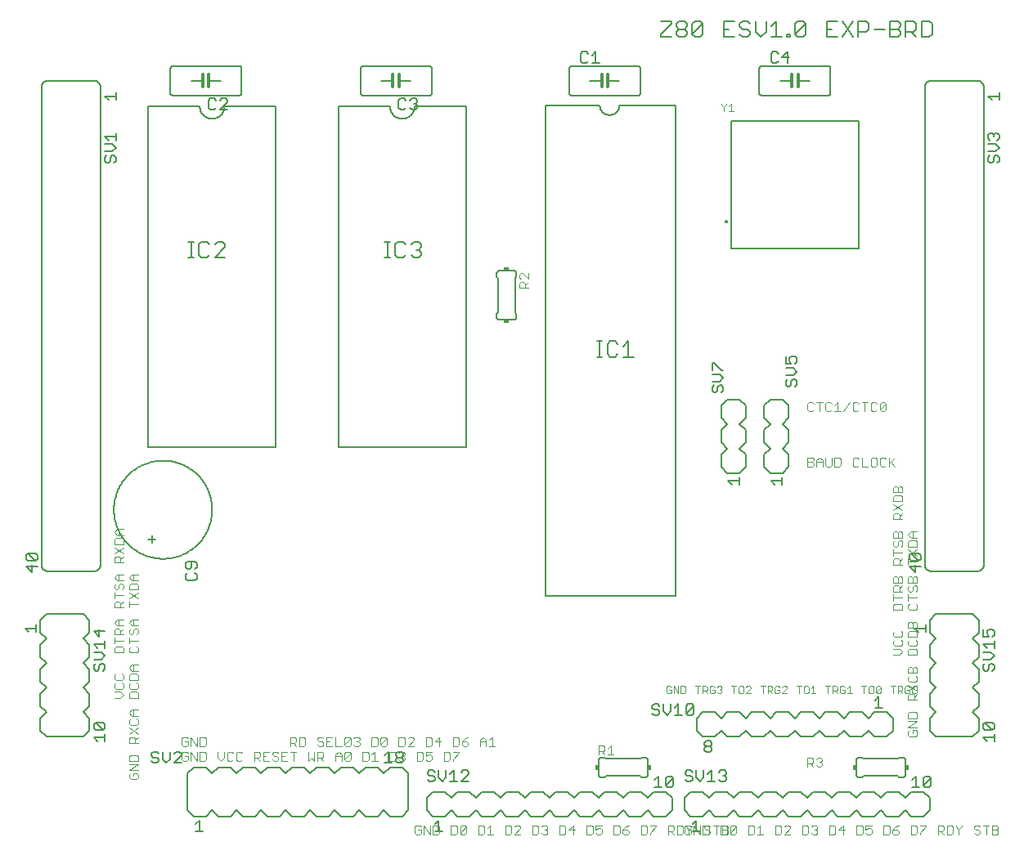
<source format=gbr>
G04 EAGLE Gerber RS-274X export*
G75*
%MOMM*%
%FSLAX34Y34*%
%LPD*%
%INSilkscreen Top*%
%IPPOS*%
%AMOC8*
5,1,8,0,0,1.08239X$1,22.5*%
G01*
%ADD10C,0.152400*%
%ADD11C,0.076200*%
%ADD12C,0.127000*%
%ADD13C,0.304800*%
%ADD14R,0.508000X0.381000*%
%ADD15C,0.101600*%
%ADD16C,0.177800*%
%ADD17C,0.200000*%
%ADD18R,0.381000X0.508000*%


D10*
X661162Y848882D02*
X672009Y848882D01*
X672009Y846170D01*
X661162Y835324D01*
X661162Y832612D01*
X672009Y832612D01*
X677534Y846170D02*
X680245Y848882D01*
X685669Y848882D01*
X688380Y846170D01*
X688380Y843459D01*
X685669Y840747D01*
X688380Y838035D01*
X688380Y835324D01*
X685669Y832612D01*
X680245Y832612D01*
X677534Y835324D01*
X677534Y838035D01*
X680245Y840747D01*
X677534Y843459D01*
X677534Y846170D01*
X680245Y840747D02*
X685669Y840747D01*
X693905Y835324D02*
X693905Y846170D01*
X696617Y848882D01*
X702040Y848882D01*
X704752Y846170D01*
X704752Y835324D01*
X702040Y832612D01*
X696617Y832612D01*
X693905Y835324D01*
X704752Y846170D01*
X726648Y848882D02*
X737495Y848882D01*
X726648Y848882D02*
X726648Y832612D01*
X737495Y832612D01*
X732072Y840747D02*
X726648Y840747D01*
X751155Y848882D02*
X753866Y846170D01*
X751155Y848882D02*
X745731Y848882D01*
X743020Y846170D01*
X743020Y843459D01*
X745731Y840747D01*
X751155Y840747D01*
X753866Y838035D01*
X753866Y835324D01*
X751155Y832612D01*
X745731Y832612D01*
X743020Y835324D01*
X759391Y838035D02*
X759391Y848882D01*
X759391Y838035D02*
X764815Y832612D01*
X770238Y838035D01*
X770238Y848882D01*
X775763Y843459D02*
X781186Y848882D01*
X781186Y832612D01*
X775763Y832612D02*
X786610Y832612D01*
X792135Y832612D02*
X792135Y835324D01*
X794846Y835324D01*
X794846Y832612D01*
X792135Y832612D01*
X800320Y835324D02*
X800320Y846170D01*
X803032Y848882D01*
X808455Y848882D01*
X811167Y846170D01*
X811167Y835324D01*
X808455Y832612D01*
X803032Y832612D01*
X800320Y835324D01*
X811167Y846170D01*
X833063Y848882D02*
X843910Y848882D01*
X833063Y848882D02*
X833063Y832612D01*
X843910Y832612D01*
X838487Y840747D02*
X833063Y840747D01*
X849435Y848882D02*
X860282Y832612D01*
X849435Y832612D02*
X860282Y848882D01*
X865807Y848882D02*
X865807Y832612D01*
X865807Y848882D02*
X873941Y848882D01*
X876653Y846170D01*
X876653Y840747D01*
X873941Y838035D01*
X865807Y838035D01*
X882178Y840747D02*
X893025Y840747D01*
X898550Y832612D02*
X898550Y848882D01*
X906685Y848882D01*
X909396Y846170D01*
X909396Y843459D01*
X906685Y840747D01*
X909396Y838035D01*
X909396Y835324D01*
X906685Y832612D01*
X898550Y832612D01*
X898550Y840747D02*
X906685Y840747D01*
X914921Y832612D02*
X914921Y848882D01*
X923056Y848882D01*
X925768Y846170D01*
X925768Y840747D01*
X923056Y838035D01*
X914921Y838035D01*
X920345Y838035D02*
X925768Y832612D01*
X931293Y832612D02*
X931293Y848882D01*
X931293Y832612D02*
X939428Y832612D01*
X942139Y835324D01*
X942139Y846170D01*
X939428Y848882D01*
X931293Y848882D01*
D11*
X813181Y397137D02*
X813181Y387731D01*
X813181Y397137D02*
X817884Y397137D01*
X819452Y395569D01*
X819452Y394002D01*
X817884Y392434D01*
X819452Y390866D01*
X819452Y389299D01*
X817884Y387731D01*
X813181Y387731D01*
X813181Y392434D02*
X817884Y392434D01*
X822536Y394002D02*
X822536Y387731D01*
X822536Y394002D02*
X825672Y397137D01*
X828807Y394002D01*
X828807Y387731D01*
X828807Y392434D02*
X822536Y392434D01*
X831891Y389299D02*
X831891Y397137D01*
X831891Y389299D02*
X833459Y387731D01*
X836594Y387731D01*
X838162Y389299D01*
X838162Y397137D01*
X841247Y397137D02*
X841247Y387731D01*
X845950Y387731D01*
X847517Y389299D01*
X847517Y395569D01*
X845950Y397137D01*
X841247Y397137D01*
X864660Y397137D02*
X866228Y395569D01*
X864660Y397137D02*
X861525Y397137D01*
X859957Y395569D01*
X859957Y389299D01*
X861525Y387731D01*
X864660Y387731D01*
X866228Y389299D01*
X869312Y387731D02*
X869312Y397137D01*
X869312Y387731D02*
X875583Y387731D01*
X880235Y397137D02*
X883370Y397137D01*
X880235Y397137D02*
X878667Y395569D01*
X878667Y389299D01*
X880235Y387731D01*
X883370Y387731D01*
X884938Y389299D01*
X884938Y395569D01*
X883370Y397137D01*
X892726Y397137D02*
X894293Y395569D01*
X892726Y397137D02*
X889590Y397137D01*
X888023Y395569D01*
X888023Y389299D01*
X889590Y387731D01*
X892726Y387731D01*
X894293Y389299D01*
X897378Y387731D02*
X897378Y397137D01*
X903648Y397137D02*
X897378Y390866D01*
X898945Y392434D02*
X903648Y387731D01*
X819452Y452719D02*
X817884Y454287D01*
X814749Y454287D01*
X813181Y452719D01*
X813181Y446449D01*
X814749Y444881D01*
X817884Y444881D01*
X819452Y446449D01*
X825672Y444881D02*
X825672Y454287D01*
X828807Y454287D02*
X822536Y454287D01*
X836594Y454287D02*
X838162Y452719D01*
X836594Y454287D02*
X833459Y454287D01*
X831891Y452719D01*
X831891Y446449D01*
X833459Y444881D01*
X836594Y444881D01*
X838162Y446449D01*
X841247Y451152D02*
X844382Y454287D01*
X844382Y444881D01*
X841247Y444881D02*
X847517Y444881D01*
X850602Y444881D02*
X856872Y454287D01*
X864660Y454287D02*
X866228Y452719D01*
X864660Y454287D02*
X861525Y454287D01*
X859957Y452719D01*
X859957Y446449D01*
X861525Y444881D01*
X864660Y444881D01*
X866228Y446449D01*
X872447Y444881D02*
X872447Y454287D01*
X869312Y454287D02*
X875583Y454287D01*
X883370Y454287D02*
X884938Y452719D01*
X883370Y454287D02*
X880235Y454287D01*
X878667Y452719D01*
X878667Y446449D01*
X880235Y444881D01*
X883370Y444881D01*
X884938Y446449D01*
X888023Y446449D02*
X888023Y452719D01*
X889590Y454287D01*
X892726Y454287D01*
X894293Y452719D01*
X894293Y446449D01*
X892726Y444881D01*
X889590Y444881D01*
X888023Y446449D01*
X894293Y452719D01*
X413052Y14569D02*
X411484Y16137D01*
X408349Y16137D01*
X406781Y14569D01*
X406781Y8299D01*
X408349Y6731D01*
X411484Y6731D01*
X413052Y8299D01*
X413052Y11434D01*
X409916Y11434D01*
X416136Y6731D02*
X416136Y16137D01*
X422407Y6731D01*
X422407Y16137D01*
X425491Y16137D02*
X425491Y6731D01*
X430194Y6731D01*
X431762Y8299D01*
X431762Y14569D01*
X430194Y16137D01*
X425491Y16137D01*
X444202Y16137D02*
X444202Y6731D01*
X448905Y6731D01*
X450472Y8299D01*
X450472Y14569D01*
X448905Y16137D01*
X444202Y16137D01*
X453557Y14569D02*
X453557Y8299D01*
X453557Y14569D02*
X455125Y16137D01*
X458260Y16137D01*
X459828Y14569D01*
X459828Y8299D01*
X458260Y6731D01*
X455125Y6731D01*
X453557Y8299D01*
X459828Y14569D01*
X472267Y16137D02*
X472267Y6731D01*
X476970Y6731D01*
X478538Y8299D01*
X478538Y14569D01*
X476970Y16137D01*
X472267Y16137D01*
X481623Y13002D02*
X484758Y16137D01*
X484758Y6731D01*
X481623Y6731D02*
X487893Y6731D01*
X500333Y6731D02*
X500333Y16137D01*
X500333Y6731D02*
X505036Y6731D01*
X506604Y8299D01*
X506604Y14569D01*
X505036Y16137D01*
X500333Y16137D01*
X509688Y6731D02*
X515959Y6731D01*
X509688Y6731D02*
X515959Y13002D01*
X515959Y14569D01*
X514391Y16137D01*
X511256Y16137D01*
X509688Y14569D01*
X528398Y16137D02*
X528398Y6731D01*
X533101Y6731D01*
X534669Y8299D01*
X534669Y14569D01*
X533101Y16137D01*
X528398Y16137D01*
X537754Y14569D02*
X539321Y16137D01*
X542457Y16137D01*
X544024Y14569D01*
X544024Y13002D01*
X542457Y11434D01*
X540889Y11434D01*
X542457Y11434D02*
X544024Y9866D01*
X544024Y8299D01*
X542457Y6731D01*
X539321Y6731D01*
X537754Y8299D01*
X556464Y6731D02*
X556464Y16137D01*
X556464Y6731D02*
X561167Y6731D01*
X562735Y8299D01*
X562735Y14569D01*
X561167Y16137D01*
X556464Y16137D01*
X570522Y16137D02*
X570522Y6731D01*
X565819Y11434D02*
X570522Y16137D01*
X572090Y11434D02*
X565819Y11434D01*
X584530Y16137D02*
X584530Y6731D01*
X589233Y6731D01*
X590800Y8299D01*
X590800Y14569D01*
X589233Y16137D01*
X584530Y16137D01*
X593885Y16137D02*
X600155Y16137D01*
X593885Y16137D02*
X593885Y11434D01*
X597020Y13002D01*
X598588Y13002D01*
X600155Y11434D01*
X600155Y8299D01*
X598588Y6731D01*
X595452Y6731D01*
X593885Y8299D01*
X612595Y6731D02*
X612595Y16137D01*
X612595Y6731D02*
X617298Y6731D01*
X618866Y8299D01*
X618866Y14569D01*
X617298Y16137D01*
X612595Y16137D01*
X625086Y14569D02*
X628221Y16137D01*
X625086Y14569D02*
X621950Y11434D01*
X621950Y8299D01*
X623518Y6731D01*
X626653Y6731D01*
X628221Y8299D01*
X628221Y9866D01*
X626653Y11434D01*
X621950Y11434D01*
X640661Y16137D02*
X640661Y6731D01*
X645364Y6731D01*
X646931Y8299D01*
X646931Y14569D01*
X645364Y16137D01*
X640661Y16137D01*
X650016Y16137D02*
X656287Y16137D01*
X656287Y14569D01*
X650016Y8299D01*
X650016Y6731D01*
X668726Y6731D02*
X668726Y16137D01*
X673429Y16137D01*
X674997Y14569D01*
X674997Y11434D01*
X673429Y9866D01*
X668726Y9866D01*
X671862Y9866D02*
X674997Y6731D01*
X678081Y6731D02*
X678081Y16137D01*
X678081Y6731D02*
X682784Y6731D01*
X684352Y8299D01*
X684352Y14569D01*
X682784Y16137D01*
X678081Y16137D01*
X687437Y16137D02*
X687437Y14569D01*
X690572Y11434D01*
X693707Y14569D01*
X693707Y16137D01*
X690572Y11434D02*
X690572Y6731D01*
X710850Y16137D02*
X712418Y14569D01*
X710850Y16137D02*
X707715Y16137D01*
X706147Y14569D01*
X706147Y13002D01*
X707715Y11434D01*
X710850Y11434D01*
X712418Y9866D01*
X712418Y8299D01*
X710850Y6731D01*
X707715Y6731D01*
X706147Y8299D01*
X718638Y6731D02*
X718638Y16137D01*
X721773Y16137D02*
X715502Y16137D01*
X724857Y16137D02*
X724857Y6731D01*
X724857Y16137D02*
X729560Y16137D01*
X731128Y14569D01*
X731128Y13002D01*
X729560Y11434D01*
X731128Y9866D01*
X731128Y8299D01*
X729560Y6731D01*
X724857Y6731D01*
X724857Y11434D02*
X729560Y11434D01*
X692452Y14569D02*
X690884Y16137D01*
X687749Y16137D01*
X686181Y14569D01*
X686181Y8299D01*
X687749Y6731D01*
X690884Y6731D01*
X692452Y8299D01*
X692452Y11434D01*
X689316Y11434D01*
X695536Y6731D02*
X695536Y16137D01*
X701807Y6731D01*
X701807Y16137D01*
X704891Y16137D02*
X704891Y6731D01*
X709594Y6731D01*
X711162Y8299D01*
X711162Y14569D01*
X709594Y16137D01*
X704891Y16137D01*
X723602Y16137D02*
X723602Y6731D01*
X728305Y6731D01*
X729872Y8299D01*
X729872Y14569D01*
X728305Y16137D01*
X723602Y16137D01*
X732957Y14569D02*
X732957Y8299D01*
X732957Y14569D02*
X734525Y16137D01*
X737660Y16137D01*
X739228Y14569D01*
X739228Y8299D01*
X737660Y6731D01*
X734525Y6731D01*
X732957Y8299D01*
X739228Y14569D01*
X751667Y16137D02*
X751667Y6731D01*
X756370Y6731D01*
X757938Y8299D01*
X757938Y14569D01*
X756370Y16137D01*
X751667Y16137D01*
X761023Y13002D02*
X764158Y16137D01*
X764158Y6731D01*
X761023Y6731D02*
X767293Y6731D01*
X779733Y6731D02*
X779733Y16137D01*
X779733Y6731D02*
X784436Y6731D01*
X786004Y8299D01*
X786004Y14569D01*
X784436Y16137D01*
X779733Y16137D01*
X789088Y6731D02*
X795359Y6731D01*
X789088Y6731D02*
X795359Y13002D01*
X795359Y14569D01*
X793791Y16137D01*
X790656Y16137D01*
X789088Y14569D01*
X807798Y16137D02*
X807798Y6731D01*
X812501Y6731D01*
X814069Y8299D01*
X814069Y14569D01*
X812501Y16137D01*
X807798Y16137D01*
X817154Y14569D02*
X818721Y16137D01*
X821857Y16137D01*
X823424Y14569D01*
X823424Y13002D01*
X821857Y11434D01*
X820289Y11434D01*
X821857Y11434D02*
X823424Y9866D01*
X823424Y8299D01*
X821857Y6731D01*
X818721Y6731D01*
X817154Y8299D01*
X835864Y6731D02*
X835864Y16137D01*
X835864Y6731D02*
X840567Y6731D01*
X842135Y8299D01*
X842135Y14569D01*
X840567Y16137D01*
X835864Y16137D01*
X849922Y16137D02*
X849922Y6731D01*
X845219Y11434D02*
X849922Y16137D01*
X851490Y11434D02*
X845219Y11434D01*
X863930Y16137D02*
X863930Y6731D01*
X868633Y6731D01*
X870200Y8299D01*
X870200Y14569D01*
X868633Y16137D01*
X863930Y16137D01*
X873285Y16137D02*
X879555Y16137D01*
X873285Y16137D02*
X873285Y11434D01*
X876420Y13002D01*
X877988Y13002D01*
X879555Y11434D01*
X879555Y8299D01*
X877988Y6731D01*
X874852Y6731D01*
X873285Y8299D01*
X891995Y6731D02*
X891995Y16137D01*
X891995Y6731D02*
X896698Y6731D01*
X898266Y8299D01*
X898266Y14569D01*
X896698Y16137D01*
X891995Y16137D01*
X904486Y14569D02*
X907621Y16137D01*
X904486Y14569D02*
X901350Y11434D01*
X901350Y8299D01*
X902918Y6731D01*
X906053Y6731D01*
X907621Y8299D01*
X907621Y9866D01*
X906053Y11434D01*
X901350Y11434D01*
X920061Y16137D02*
X920061Y6731D01*
X924764Y6731D01*
X926331Y8299D01*
X926331Y14569D01*
X924764Y16137D01*
X920061Y16137D01*
X929416Y16137D02*
X935687Y16137D01*
X935687Y14569D01*
X929416Y8299D01*
X929416Y6731D01*
X948126Y6731D02*
X948126Y16137D01*
X952829Y16137D01*
X954397Y14569D01*
X954397Y11434D01*
X952829Y9866D01*
X948126Y9866D01*
X951262Y9866D02*
X954397Y6731D01*
X957481Y6731D02*
X957481Y16137D01*
X957481Y6731D02*
X962184Y6731D01*
X963752Y8299D01*
X963752Y14569D01*
X962184Y16137D01*
X957481Y16137D01*
X966837Y16137D02*
X966837Y14569D01*
X969972Y11434D01*
X973107Y14569D01*
X973107Y16137D01*
X969972Y11434D02*
X969972Y6731D01*
X990250Y16137D02*
X991818Y14569D01*
X990250Y16137D02*
X987115Y16137D01*
X985547Y14569D01*
X985547Y13002D01*
X987115Y11434D01*
X990250Y11434D01*
X991818Y9866D01*
X991818Y8299D01*
X990250Y6731D01*
X987115Y6731D01*
X985547Y8299D01*
X998038Y6731D02*
X998038Y16137D01*
X1001173Y16137D02*
X994902Y16137D01*
X1004257Y16137D02*
X1004257Y6731D01*
X1004257Y16137D02*
X1008960Y16137D01*
X1010528Y14569D01*
X1010528Y13002D01*
X1008960Y11434D01*
X1010528Y9866D01*
X1010528Y8299D01*
X1008960Y6731D01*
X1004257Y6731D01*
X1004257Y11434D02*
X1008960Y11434D01*
X672046Y158925D02*
X670817Y160153D01*
X668360Y160153D01*
X667131Y158925D01*
X667131Y154010D01*
X668360Y152781D01*
X670817Y152781D01*
X672046Y154010D01*
X672046Y156467D01*
X669588Y156467D01*
X674615Y152781D02*
X674615Y160153D01*
X679530Y152781D01*
X679530Y160153D01*
X682099Y160153D02*
X682099Y152781D01*
X685785Y152781D01*
X687014Y154010D01*
X687014Y158925D01*
X685785Y160153D01*
X682099Y160153D01*
X699525Y160153D02*
X699525Y152781D01*
X697068Y160153D02*
X701982Y160153D01*
X704552Y160153D02*
X704552Y152781D01*
X704552Y160153D02*
X708238Y160153D01*
X709467Y158925D01*
X709467Y156467D01*
X708238Y155238D01*
X704552Y155238D01*
X707009Y155238D02*
X709467Y152781D01*
X715722Y160153D02*
X716951Y158925D01*
X715722Y160153D02*
X713265Y160153D01*
X712036Y158925D01*
X712036Y154010D01*
X713265Y152781D01*
X715722Y152781D01*
X716951Y154010D01*
X716951Y156467D01*
X714493Y156467D01*
X719520Y158925D02*
X720749Y160153D01*
X723206Y160153D01*
X724435Y158925D01*
X724435Y157696D01*
X723206Y156467D01*
X721978Y156467D01*
X723206Y156467D02*
X724435Y155238D01*
X724435Y154010D01*
X723206Y152781D01*
X720749Y152781D01*
X719520Y154010D01*
X736946Y152781D02*
X736946Y160153D01*
X739403Y160153D02*
X734488Y160153D01*
X743201Y160153D02*
X745659Y160153D01*
X743201Y160153D02*
X741973Y158925D01*
X741973Y154010D01*
X743201Y152781D01*
X745659Y152781D01*
X746887Y154010D01*
X746887Y158925D01*
X745659Y160153D01*
X749457Y152781D02*
X754372Y152781D01*
X749457Y152781D02*
X754372Y157696D01*
X754372Y158925D01*
X753143Y160153D01*
X750685Y160153D01*
X749457Y158925D01*
X766882Y160153D02*
X766882Y152781D01*
X764425Y160153D02*
X769340Y160153D01*
X771909Y160153D02*
X771909Y152781D01*
X771909Y160153D02*
X775595Y160153D01*
X776824Y158925D01*
X776824Y156467D01*
X775595Y155238D01*
X771909Y155238D01*
X774367Y155238D02*
X776824Y152781D01*
X783079Y160153D02*
X784308Y158925D01*
X783079Y160153D02*
X780622Y160153D01*
X779393Y158925D01*
X779393Y154010D01*
X780622Y152781D01*
X783079Y152781D01*
X784308Y154010D01*
X784308Y156467D01*
X781851Y156467D01*
X786878Y152781D02*
X791792Y152781D01*
X786878Y152781D02*
X791792Y157696D01*
X791792Y158925D01*
X790564Y160153D01*
X788106Y160153D01*
X786878Y158925D01*
X804303Y160153D02*
X804303Y152781D01*
X801846Y160153D02*
X806761Y160153D01*
X810559Y160153D02*
X813016Y160153D01*
X810559Y160153D02*
X809330Y158925D01*
X809330Y154010D01*
X810559Y152781D01*
X813016Y152781D01*
X814245Y154010D01*
X814245Y158925D01*
X813016Y160153D01*
X816814Y157696D02*
X819272Y160153D01*
X819272Y152781D01*
X821729Y152781D02*
X816814Y152781D01*
X834240Y152781D02*
X834240Y160153D01*
X836697Y160153D02*
X831782Y160153D01*
X839267Y160153D02*
X839267Y152781D01*
X839267Y160153D02*
X842953Y160153D01*
X844181Y158925D01*
X844181Y156467D01*
X842953Y155238D01*
X839267Y155238D01*
X841724Y155238D02*
X844181Y152781D01*
X850437Y160153D02*
X851666Y158925D01*
X850437Y160153D02*
X847979Y160153D01*
X846751Y158925D01*
X846751Y154010D01*
X847979Y152781D01*
X850437Y152781D01*
X851666Y154010D01*
X851666Y156467D01*
X849208Y156467D01*
X854235Y157696D02*
X856692Y160153D01*
X856692Y152781D01*
X854235Y152781D02*
X859150Y152781D01*
X871661Y152781D02*
X871661Y160153D01*
X874118Y160153D02*
X869203Y160153D01*
X877916Y160153D02*
X880374Y160153D01*
X877916Y160153D02*
X876687Y158925D01*
X876687Y154010D01*
X877916Y152781D01*
X880374Y152781D01*
X881602Y154010D01*
X881602Y158925D01*
X880374Y160153D01*
X884172Y158925D02*
X884172Y154010D01*
X884172Y158925D02*
X885400Y160153D01*
X887858Y160153D01*
X889086Y158925D01*
X889086Y154010D01*
X887858Y152781D01*
X885400Y152781D01*
X884172Y154010D01*
X889086Y158925D01*
X901597Y160153D02*
X901597Y152781D01*
X899140Y160153D02*
X904055Y160153D01*
X906624Y160153D02*
X906624Y152781D01*
X906624Y160153D02*
X910310Y160153D01*
X911539Y158925D01*
X911539Y156467D01*
X910310Y155238D01*
X906624Y155238D01*
X909081Y155238D02*
X911539Y152781D01*
X917794Y160153D02*
X919023Y158925D01*
X917794Y160153D02*
X915337Y160153D01*
X914108Y158925D01*
X914108Y154010D01*
X915337Y152781D01*
X917794Y152781D01*
X919023Y154010D01*
X919023Y156467D01*
X916566Y156467D01*
X922821Y160153D02*
X925278Y160153D01*
X922821Y160153D02*
X921592Y158925D01*
X921592Y154010D01*
X922821Y152781D01*
X925278Y152781D01*
X926507Y154010D01*
X926507Y158925D01*
X925278Y160153D01*
X171752Y106009D02*
X170184Y107577D01*
X167049Y107577D01*
X165481Y106009D01*
X165481Y99739D01*
X167049Y98171D01*
X170184Y98171D01*
X171752Y99739D01*
X171752Y102874D01*
X168616Y102874D01*
X174836Y98171D02*
X174836Y107577D01*
X181107Y98171D01*
X181107Y107577D01*
X184191Y107577D02*
X184191Y98171D01*
X188894Y98171D01*
X190462Y99739D01*
X190462Y106009D01*
X188894Y107577D01*
X184191Y107577D01*
X277743Y107577D02*
X277743Y98171D01*
X277743Y107577D02*
X282446Y107577D01*
X284014Y106009D01*
X284014Y102874D01*
X282446Y101306D01*
X277743Y101306D01*
X280879Y101306D02*
X284014Y98171D01*
X287098Y98171D02*
X287098Y107577D01*
X287098Y98171D02*
X291801Y98171D01*
X293369Y99739D01*
X293369Y106009D01*
X291801Y107577D01*
X287098Y107577D01*
X310512Y107577D02*
X312080Y106009D01*
X310512Y107577D02*
X307376Y107577D01*
X305809Y106009D01*
X305809Y104442D01*
X307376Y102874D01*
X310512Y102874D01*
X312080Y101306D01*
X312080Y99739D01*
X310512Y98171D01*
X307376Y98171D01*
X305809Y99739D01*
X315164Y107577D02*
X321435Y107577D01*
X315164Y107577D02*
X315164Y98171D01*
X321435Y98171D01*
X318299Y102874D02*
X315164Y102874D01*
X324519Y107577D02*
X324519Y98171D01*
X330790Y98171D01*
X333874Y99739D02*
X333874Y106009D01*
X335442Y107577D01*
X338577Y107577D01*
X340145Y106009D01*
X340145Y99739D01*
X338577Y98171D01*
X335442Y98171D01*
X333874Y99739D01*
X340145Y106009D01*
X343230Y106009D02*
X344797Y107577D01*
X347933Y107577D01*
X349500Y106009D01*
X349500Y104442D01*
X347933Y102874D01*
X346365Y102874D01*
X347933Y102874D02*
X349500Y101306D01*
X349500Y99739D01*
X347933Y98171D01*
X344797Y98171D01*
X343230Y99739D01*
X361940Y98171D02*
X361940Y107577D01*
X361940Y98171D02*
X366643Y98171D01*
X368211Y99739D01*
X368211Y106009D01*
X366643Y107577D01*
X361940Y107577D01*
X371295Y106009D02*
X371295Y99739D01*
X371295Y106009D02*
X372863Y107577D01*
X375998Y107577D01*
X377566Y106009D01*
X377566Y99739D01*
X375998Y98171D01*
X372863Y98171D01*
X371295Y99739D01*
X377566Y106009D01*
X390006Y107577D02*
X390006Y98171D01*
X394709Y98171D01*
X396276Y99739D01*
X396276Y106009D01*
X394709Y107577D01*
X390006Y107577D01*
X399361Y98171D02*
X405631Y98171D01*
X399361Y98171D02*
X405631Y104442D01*
X405631Y106009D01*
X404064Y107577D01*
X400928Y107577D01*
X399361Y106009D01*
X418071Y107577D02*
X418071Y98171D01*
X422774Y98171D01*
X424342Y99739D01*
X424342Y106009D01*
X422774Y107577D01*
X418071Y107577D01*
X432129Y107577D02*
X432129Y98171D01*
X427426Y102874D02*
X432129Y107577D01*
X433697Y102874D02*
X427426Y102874D01*
X446137Y107577D02*
X446137Y98171D01*
X450840Y98171D01*
X452407Y99739D01*
X452407Y106009D01*
X450840Y107577D01*
X446137Y107577D01*
X458627Y106009D02*
X461763Y107577D01*
X458627Y106009D02*
X455492Y102874D01*
X455492Y99739D01*
X457059Y98171D01*
X460195Y98171D01*
X461763Y99739D01*
X461763Y101306D01*
X460195Y102874D01*
X455492Y102874D01*
X474202Y104442D02*
X474202Y98171D01*
X474202Y104442D02*
X477338Y107577D01*
X480473Y104442D01*
X480473Y98171D01*
X480473Y102874D02*
X474202Y102874D01*
X483557Y104442D02*
X486693Y107577D01*
X486693Y98171D01*
X489828Y98171D02*
X483557Y98171D01*
X171752Y90769D02*
X170184Y92337D01*
X167049Y92337D01*
X165481Y90769D01*
X165481Y84499D01*
X167049Y82931D01*
X170184Y82931D01*
X171752Y84499D01*
X171752Y87634D01*
X168616Y87634D01*
X174836Y82931D02*
X174836Y92337D01*
X181107Y82931D01*
X181107Y92337D01*
X184191Y92337D02*
X184191Y82931D01*
X188894Y82931D01*
X190462Y84499D01*
X190462Y90769D01*
X188894Y92337D01*
X184191Y92337D01*
X202902Y92337D02*
X202902Y86066D01*
X206037Y82931D01*
X209172Y86066D01*
X209172Y92337D01*
X216960Y92337D02*
X218528Y90769D01*
X216960Y92337D02*
X213825Y92337D01*
X212257Y90769D01*
X212257Y84499D01*
X213825Y82931D01*
X216960Y82931D01*
X218528Y84499D01*
X226315Y92337D02*
X227883Y90769D01*
X226315Y92337D02*
X223180Y92337D01*
X221612Y90769D01*
X221612Y84499D01*
X223180Y82931D01*
X226315Y82931D01*
X227883Y84499D01*
X240323Y82931D02*
X240323Y92337D01*
X245026Y92337D01*
X246593Y90769D01*
X246593Y87634D01*
X245026Y86066D01*
X240323Y86066D01*
X243458Y86066D02*
X246593Y82931D01*
X249678Y92337D02*
X255948Y92337D01*
X249678Y92337D02*
X249678Y82931D01*
X255948Y82931D01*
X252813Y87634D02*
X249678Y87634D01*
X263736Y92337D02*
X265304Y90769D01*
X263736Y92337D02*
X260601Y92337D01*
X259033Y90769D01*
X259033Y89202D01*
X260601Y87634D01*
X263736Y87634D01*
X265304Y86066D01*
X265304Y84499D01*
X263736Y82931D01*
X260601Y82931D01*
X259033Y84499D01*
X268388Y92337D02*
X274659Y92337D01*
X268388Y92337D02*
X268388Y82931D01*
X274659Y82931D01*
X271523Y87634D02*
X268388Y87634D01*
X280879Y82931D02*
X280879Y92337D01*
X284014Y92337D02*
X277743Y92337D01*
X296454Y92337D02*
X296454Y82931D01*
X299589Y86066D01*
X302724Y82931D01*
X302724Y92337D01*
X305809Y92337D02*
X305809Y82931D01*
X305809Y92337D02*
X310512Y92337D01*
X312080Y90769D01*
X312080Y87634D01*
X310512Y86066D01*
X305809Y86066D01*
X308944Y86066D02*
X312080Y82931D01*
X324519Y82931D02*
X324519Y89202D01*
X327655Y92337D01*
X330790Y89202D01*
X330790Y82931D01*
X330790Y87634D02*
X324519Y87634D01*
X333874Y84499D02*
X333874Y90769D01*
X335442Y92337D01*
X338577Y92337D01*
X340145Y90769D01*
X340145Y84499D01*
X338577Y82931D01*
X335442Y82931D01*
X333874Y84499D01*
X340145Y90769D01*
X352585Y92337D02*
X352585Y82931D01*
X357288Y82931D01*
X358855Y84499D01*
X358855Y90769D01*
X357288Y92337D01*
X352585Y92337D01*
X361940Y89202D02*
X365075Y92337D01*
X365075Y82931D01*
X361940Y82931D02*
X368211Y82931D01*
X380650Y82931D02*
X380650Y92337D01*
X380650Y82931D02*
X385353Y82931D01*
X386921Y84499D01*
X386921Y90769D01*
X385353Y92337D01*
X380650Y92337D01*
X390006Y90769D02*
X391573Y92337D01*
X394709Y92337D01*
X396276Y90769D01*
X396276Y89202D01*
X394709Y87634D01*
X393141Y87634D01*
X394709Y87634D02*
X396276Y86066D01*
X396276Y84499D01*
X394709Y82931D01*
X391573Y82931D01*
X390006Y84499D01*
X408716Y82931D02*
X408716Y92337D01*
X408716Y82931D02*
X413419Y82931D01*
X414987Y84499D01*
X414987Y90769D01*
X413419Y92337D01*
X408716Y92337D01*
X418071Y92337D02*
X424342Y92337D01*
X418071Y92337D02*
X418071Y87634D01*
X421206Y89202D01*
X422774Y89202D01*
X424342Y87634D01*
X424342Y84499D01*
X422774Y82931D01*
X419639Y82931D01*
X418071Y84499D01*
X436781Y82931D02*
X436781Y92337D01*
X436781Y82931D02*
X441484Y82931D01*
X443052Y84499D01*
X443052Y90769D01*
X441484Y92337D01*
X436781Y92337D01*
X446137Y92337D02*
X452407Y92337D01*
X452407Y90769D01*
X446137Y84499D01*
X446137Y82931D01*
X902073Y192528D02*
X908344Y192528D01*
X911479Y195663D01*
X908344Y198798D01*
X902073Y198798D01*
X902073Y206586D02*
X903641Y208154D01*
X902073Y206586D02*
X902073Y203451D01*
X903641Y201883D01*
X909911Y201883D01*
X911479Y203451D01*
X911479Y206586D01*
X909911Y208154D01*
X902073Y215941D02*
X903641Y217509D01*
X902073Y215941D02*
X902073Y212806D01*
X903641Y211238D01*
X909911Y211238D01*
X911479Y212806D01*
X911479Y215941D01*
X909911Y217509D01*
X911479Y239304D02*
X902073Y239304D01*
X911479Y239304D02*
X911479Y244007D01*
X909911Y245574D01*
X903641Y245574D01*
X902073Y244007D01*
X902073Y239304D01*
X902073Y251794D02*
X911479Y251794D01*
X902073Y248659D02*
X902073Y254930D01*
X902073Y258014D02*
X911479Y258014D01*
X902073Y258014D02*
X902073Y262717D01*
X903641Y264285D01*
X906776Y264285D01*
X908344Y262717D01*
X908344Y258014D01*
X908344Y261149D02*
X911479Y264285D01*
X911479Y267369D02*
X902073Y267369D01*
X902073Y272072D01*
X903641Y273640D01*
X905208Y273640D01*
X906776Y272072D01*
X908344Y273640D01*
X909911Y273640D01*
X911479Y272072D01*
X911479Y267369D01*
X906776Y267369D02*
X906776Y272072D01*
X911479Y286080D02*
X902073Y286080D01*
X902073Y290783D01*
X903641Y292350D01*
X906776Y292350D01*
X908344Y290783D01*
X908344Y286080D01*
X908344Y289215D02*
X911479Y292350D01*
X911479Y298570D02*
X902073Y298570D01*
X902073Y295435D02*
X902073Y301705D01*
X902073Y309493D02*
X903641Y311061D01*
X902073Y309493D02*
X902073Y306358D01*
X903641Y304790D01*
X905208Y304790D01*
X906776Y306358D01*
X906776Y309493D01*
X908344Y311061D01*
X909911Y311061D01*
X911479Y309493D01*
X911479Y306358D01*
X909911Y304790D01*
X911479Y314145D02*
X902073Y314145D01*
X902073Y318848D01*
X903641Y320416D01*
X905208Y320416D01*
X906776Y318848D01*
X908344Y320416D01*
X909911Y320416D01*
X911479Y318848D01*
X911479Y314145D01*
X906776Y314145D02*
X906776Y318848D01*
X911479Y332856D02*
X902073Y332856D01*
X902073Y337559D01*
X903641Y339126D01*
X906776Y339126D01*
X908344Y337559D01*
X908344Y332856D01*
X908344Y335991D02*
X911479Y339126D01*
X911479Y348481D02*
X902073Y342211D01*
X902073Y348481D02*
X911479Y342211D01*
X911479Y351566D02*
X902073Y351566D01*
X911479Y351566D02*
X911479Y356269D01*
X909911Y357837D01*
X903641Y357837D01*
X902073Y356269D01*
X902073Y351566D01*
X902073Y360921D02*
X911479Y360921D01*
X902073Y360921D02*
X902073Y365624D01*
X903641Y367192D01*
X905208Y367192D01*
X906776Y365624D01*
X908344Y367192D01*
X909911Y367192D01*
X911479Y365624D01*
X911479Y360921D01*
X906776Y360921D02*
X906776Y365624D01*
X918881Y114602D02*
X917313Y113034D01*
X917313Y109899D01*
X918881Y108331D01*
X925151Y108331D01*
X926719Y109899D01*
X926719Y113034D01*
X925151Y114602D01*
X922016Y114602D01*
X922016Y111466D01*
X926719Y117686D02*
X917313Y117686D01*
X926719Y123957D01*
X917313Y123957D01*
X917313Y127041D02*
X926719Y127041D01*
X926719Y131744D01*
X925151Y133312D01*
X918881Y133312D01*
X917313Y131744D01*
X917313Y127041D01*
X917313Y145752D02*
X926719Y145752D01*
X917313Y145752D02*
X917313Y150455D01*
X918881Y152022D01*
X922016Y152022D01*
X923584Y150455D01*
X923584Y145752D01*
X923584Y148887D02*
X926719Y152022D01*
X926719Y161378D02*
X917313Y155107D01*
X917313Y161378D02*
X926719Y155107D01*
X917313Y169165D02*
X918881Y170733D01*
X917313Y169165D02*
X917313Y166030D01*
X918881Y164462D01*
X925151Y164462D01*
X926719Y166030D01*
X926719Y169165D01*
X925151Y170733D01*
X926719Y173817D02*
X917313Y173817D01*
X917313Y178520D01*
X918881Y180088D01*
X920448Y180088D01*
X922016Y178520D01*
X923584Y180088D01*
X925151Y180088D01*
X926719Y178520D01*
X926719Y173817D01*
X922016Y173817D02*
X922016Y178520D01*
X917313Y192528D02*
X926719Y192528D01*
X926719Y197231D01*
X925151Y198798D01*
X918881Y198798D01*
X917313Y197231D01*
X917313Y192528D01*
X917313Y206586D02*
X918881Y208154D01*
X917313Y206586D02*
X917313Y203451D01*
X918881Y201883D01*
X925151Y201883D01*
X926719Y203451D01*
X926719Y206586D01*
X925151Y208154D01*
X926719Y211238D02*
X917313Y211238D01*
X926719Y211238D02*
X926719Y215941D01*
X925151Y217509D01*
X918881Y217509D01*
X917313Y215941D01*
X917313Y211238D01*
X917313Y220593D02*
X926719Y220593D01*
X917313Y220593D02*
X917313Y225296D01*
X918881Y226864D01*
X920448Y226864D01*
X922016Y225296D01*
X923584Y226864D01*
X925151Y226864D01*
X926719Y225296D01*
X926719Y220593D01*
X922016Y220593D02*
X922016Y225296D01*
X917313Y244007D02*
X918881Y245574D01*
X917313Y244007D02*
X917313Y240871D01*
X918881Y239304D01*
X925151Y239304D01*
X926719Y240871D01*
X926719Y244007D01*
X925151Y245574D01*
X926719Y251794D02*
X917313Y251794D01*
X917313Y248659D02*
X917313Y254930D01*
X917313Y262717D02*
X918881Y264285D01*
X917313Y262717D02*
X917313Y259582D01*
X918881Y258014D01*
X920448Y258014D01*
X922016Y259582D01*
X922016Y262717D01*
X923584Y264285D01*
X925151Y264285D01*
X926719Y262717D01*
X926719Y259582D01*
X925151Y258014D01*
X926719Y267369D02*
X917313Y267369D01*
X917313Y272072D01*
X918881Y273640D01*
X920448Y273640D01*
X922016Y272072D01*
X923584Y273640D01*
X925151Y273640D01*
X926719Y272072D01*
X926719Y267369D01*
X922016Y267369D02*
X922016Y272072D01*
X926719Y289215D02*
X917313Y289215D01*
X917313Y286080D02*
X917313Y292350D01*
X917313Y295435D02*
X926719Y301705D01*
X926719Y295435D02*
X917313Y301705D01*
X917313Y304790D02*
X926719Y304790D01*
X926719Y309493D01*
X925151Y311061D01*
X918881Y311061D01*
X917313Y309493D01*
X917313Y304790D01*
X920448Y314145D02*
X926719Y314145D01*
X920448Y314145D02*
X917313Y317280D01*
X920448Y320416D01*
X926719Y320416D01*
X922016Y320416D02*
X922016Y314145D01*
X101894Y148078D02*
X95623Y148078D01*
X101894Y148078D02*
X105029Y151213D01*
X101894Y154348D01*
X95623Y154348D01*
X95623Y162136D02*
X97191Y163704D01*
X95623Y162136D02*
X95623Y159001D01*
X97191Y157433D01*
X103461Y157433D01*
X105029Y159001D01*
X105029Y162136D01*
X103461Y163704D01*
X95623Y171491D02*
X97191Y173059D01*
X95623Y171491D02*
X95623Y168356D01*
X97191Y166788D01*
X103461Y166788D01*
X105029Y168356D01*
X105029Y171491D01*
X103461Y173059D01*
X105029Y194854D02*
X95623Y194854D01*
X105029Y194854D02*
X105029Y199557D01*
X103461Y201124D01*
X97191Y201124D01*
X95623Y199557D01*
X95623Y194854D01*
X95623Y207344D02*
X105029Y207344D01*
X95623Y204209D02*
X95623Y210480D01*
X95623Y213564D02*
X105029Y213564D01*
X95623Y213564D02*
X95623Y218267D01*
X97191Y219835D01*
X100326Y219835D01*
X101894Y218267D01*
X101894Y213564D01*
X101894Y216699D02*
X105029Y219835D01*
X105029Y222919D02*
X98758Y222919D01*
X95623Y226055D01*
X98758Y229190D01*
X105029Y229190D01*
X100326Y229190D02*
X100326Y222919D01*
X105029Y241630D02*
X95623Y241630D01*
X95623Y246333D01*
X97191Y247900D01*
X100326Y247900D01*
X101894Y246333D01*
X101894Y241630D01*
X101894Y244765D02*
X105029Y247900D01*
X105029Y254120D02*
X95623Y254120D01*
X95623Y250985D02*
X95623Y257255D01*
X95623Y265043D02*
X97191Y266611D01*
X95623Y265043D02*
X95623Y261908D01*
X97191Y260340D01*
X98758Y260340D01*
X100326Y261908D01*
X100326Y265043D01*
X101894Y266611D01*
X103461Y266611D01*
X105029Y265043D01*
X105029Y261908D01*
X103461Y260340D01*
X105029Y269695D02*
X98758Y269695D01*
X95623Y272830D01*
X98758Y275966D01*
X105029Y275966D01*
X100326Y275966D02*
X100326Y269695D01*
X105029Y288406D02*
X95623Y288406D01*
X95623Y293109D01*
X97191Y294676D01*
X100326Y294676D01*
X101894Y293109D01*
X101894Y288406D01*
X101894Y291541D02*
X105029Y294676D01*
X105029Y304031D02*
X95623Y297761D01*
X95623Y304031D02*
X105029Y297761D01*
X105029Y307116D02*
X95623Y307116D01*
X105029Y307116D02*
X105029Y311819D01*
X103461Y313387D01*
X97191Y313387D01*
X95623Y311819D01*
X95623Y307116D01*
X98758Y316471D02*
X105029Y316471D01*
X98758Y316471D02*
X95623Y319606D01*
X98758Y322742D01*
X105029Y322742D01*
X100326Y322742D02*
X100326Y316471D01*
X112431Y70152D02*
X110863Y68584D01*
X110863Y65449D01*
X112431Y63881D01*
X118701Y63881D01*
X120269Y65449D01*
X120269Y68584D01*
X118701Y70152D01*
X115566Y70152D01*
X115566Y67016D01*
X120269Y73236D02*
X110863Y73236D01*
X120269Y79507D01*
X110863Y79507D01*
X110863Y82591D02*
X120269Y82591D01*
X120269Y87294D01*
X118701Y88862D01*
X112431Y88862D01*
X110863Y87294D01*
X110863Y82591D01*
X110863Y101302D02*
X120269Y101302D01*
X110863Y101302D02*
X110863Y106005D01*
X112431Y107572D01*
X115566Y107572D01*
X117134Y106005D01*
X117134Y101302D01*
X117134Y104437D02*
X120269Y107572D01*
X120269Y116928D02*
X110863Y110657D01*
X110863Y116928D02*
X120269Y110657D01*
X110863Y124715D02*
X112431Y126283D01*
X110863Y124715D02*
X110863Y121580D01*
X112431Y120012D01*
X118701Y120012D01*
X120269Y121580D01*
X120269Y124715D01*
X118701Y126283D01*
X120269Y129367D02*
X113998Y129367D01*
X110863Y132503D01*
X113998Y135638D01*
X120269Y135638D01*
X115566Y135638D02*
X115566Y129367D01*
X110863Y148078D02*
X120269Y148078D01*
X120269Y152781D01*
X118701Y154348D01*
X112431Y154348D01*
X110863Y152781D01*
X110863Y148078D01*
X110863Y162136D02*
X112431Y163704D01*
X110863Y162136D02*
X110863Y159001D01*
X112431Y157433D01*
X118701Y157433D01*
X120269Y159001D01*
X120269Y162136D01*
X118701Y163704D01*
X120269Y166788D02*
X110863Y166788D01*
X120269Y166788D02*
X120269Y171491D01*
X118701Y173059D01*
X112431Y173059D01*
X110863Y171491D01*
X110863Y166788D01*
X113998Y176143D02*
X120269Y176143D01*
X113998Y176143D02*
X110863Y179279D01*
X113998Y182414D01*
X120269Y182414D01*
X115566Y182414D02*
X115566Y176143D01*
X110863Y199557D02*
X112431Y201124D01*
X110863Y199557D02*
X110863Y196421D01*
X112431Y194854D01*
X118701Y194854D01*
X120269Y196421D01*
X120269Y199557D01*
X118701Y201124D01*
X120269Y207344D02*
X110863Y207344D01*
X110863Y204209D02*
X110863Y210480D01*
X110863Y218267D02*
X112431Y219835D01*
X110863Y218267D02*
X110863Y215132D01*
X112431Y213564D01*
X113998Y213564D01*
X115566Y215132D01*
X115566Y218267D01*
X117134Y219835D01*
X118701Y219835D01*
X120269Y218267D01*
X120269Y215132D01*
X118701Y213564D01*
X120269Y222919D02*
X113998Y222919D01*
X110863Y226055D01*
X113998Y229190D01*
X120269Y229190D01*
X115566Y229190D02*
X115566Y222919D01*
X120269Y244765D02*
X110863Y244765D01*
X110863Y241630D02*
X110863Y247900D01*
X110863Y250985D02*
X120269Y257255D01*
X120269Y250985D02*
X110863Y257255D01*
X110863Y260340D02*
X120269Y260340D01*
X120269Y265043D01*
X118701Y266611D01*
X112431Y266611D01*
X110863Y265043D01*
X110863Y260340D01*
X113998Y269695D02*
X120269Y269695D01*
X113998Y269695D02*
X110863Y272830D01*
X113998Y275966D01*
X120269Y275966D01*
X115566Y275966D02*
X115566Y269695D01*
D10*
X74930Y787400D02*
X26670Y787400D01*
X74930Y787400D02*
X75088Y787398D01*
X75247Y787392D01*
X75405Y787382D01*
X75562Y787368D01*
X75720Y787351D01*
X75876Y787329D01*
X76033Y787304D01*
X76188Y787274D01*
X76343Y787241D01*
X76497Y787204D01*
X76650Y787163D01*
X76802Y787118D01*
X76952Y787069D01*
X77102Y787017D01*
X77250Y786961D01*
X77397Y786901D01*
X77542Y786838D01*
X77685Y786771D01*
X77827Y786701D01*
X77967Y786627D01*
X78105Y786549D01*
X78241Y786468D01*
X78375Y786384D01*
X78507Y786297D01*
X78637Y786206D01*
X78764Y786112D01*
X78889Y786015D01*
X79012Y785914D01*
X79132Y785811D01*
X79249Y785705D01*
X79364Y785596D01*
X79476Y785484D01*
X79585Y785369D01*
X79691Y785252D01*
X79794Y785132D01*
X79895Y785009D01*
X79992Y784884D01*
X80086Y784757D01*
X80177Y784627D01*
X80264Y784495D01*
X80348Y784361D01*
X80429Y784225D01*
X80507Y784087D01*
X80581Y783947D01*
X80651Y783805D01*
X80718Y783662D01*
X80781Y783517D01*
X80841Y783370D01*
X80897Y783222D01*
X80949Y783072D01*
X80998Y782922D01*
X81043Y782770D01*
X81084Y782617D01*
X81121Y782463D01*
X81154Y782308D01*
X81184Y782153D01*
X81209Y781996D01*
X81231Y781840D01*
X81248Y781682D01*
X81262Y781525D01*
X81272Y781367D01*
X81278Y781208D01*
X81280Y781050D01*
X26670Y787400D02*
X26512Y787398D01*
X26353Y787392D01*
X26195Y787382D01*
X26038Y787368D01*
X25880Y787351D01*
X25724Y787329D01*
X25567Y787304D01*
X25412Y787274D01*
X25257Y787241D01*
X25103Y787204D01*
X24950Y787163D01*
X24798Y787118D01*
X24648Y787069D01*
X24498Y787017D01*
X24350Y786961D01*
X24203Y786901D01*
X24058Y786838D01*
X23915Y786771D01*
X23773Y786701D01*
X23633Y786627D01*
X23495Y786549D01*
X23359Y786468D01*
X23225Y786384D01*
X23093Y786297D01*
X22963Y786206D01*
X22836Y786112D01*
X22711Y786015D01*
X22588Y785914D01*
X22468Y785811D01*
X22351Y785705D01*
X22236Y785596D01*
X22124Y785484D01*
X22015Y785369D01*
X21909Y785252D01*
X21806Y785132D01*
X21705Y785009D01*
X21608Y784884D01*
X21514Y784757D01*
X21423Y784627D01*
X21336Y784495D01*
X21252Y784361D01*
X21171Y784225D01*
X21093Y784087D01*
X21019Y783947D01*
X20949Y783805D01*
X20882Y783662D01*
X20819Y783517D01*
X20759Y783370D01*
X20703Y783222D01*
X20651Y783072D01*
X20602Y782922D01*
X20557Y782770D01*
X20516Y782617D01*
X20479Y782463D01*
X20446Y782308D01*
X20416Y782153D01*
X20391Y781996D01*
X20369Y781840D01*
X20352Y781682D01*
X20338Y781525D01*
X20328Y781367D01*
X20322Y781208D01*
X20320Y781050D01*
X81280Y781050D02*
X81280Y285750D01*
X74930Y279400D02*
X26670Y279400D01*
X20320Y285750D02*
X20320Y781050D01*
X81280Y285750D02*
X81278Y285592D01*
X81272Y285433D01*
X81262Y285275D01*
X81248Y285118D01*
X81231Y284960D01*
X81209Y284804D01*
X81184Y284647D01*
X81154Y284492D01*
X81121Y284337D01*
X81084Y284183D01*
X81043Y284030D01*
X80998Y283878D01*
X80949Y283728D01*
X80897Y283578D01*
X80841Y283430D01*
X80781Y283283D01*
X80718Y283138D01*
X80651Y282995D01*
X80581Y282853D01*
X80507Y282713D01*
X80429Y282575D01*
X80348Y282439D01*
X80264Y282305D01*
X80177Y282173D01*
X80086Y282043D01*
X79992Y281916D01*
X79895Y281791D01*
X79794Y281668D01*
X79691Y281548D01*
X79585Y281431D01*
X79476Y281316D01*
X79364Y281204D01*
X79249Y281095D01*
X79132Y280989D01*
X79012Y280886D01*
X78889Y280785D01*
X78764Y280688D01*
X78637Y280594D01*
X78507Y280503D01*
X78375Y280416D01*
X78241Y280332D01*
X78105Y280251D01*
X77967Y280173D01*
X77827Y280099D01*
X77685Y280029D01*
X77542Y279962D01*
X77397Y279899D01*
X77250Y279839D01*
X77102Y279783D01*
X76952Y279731D01*
X76802Y279682D01*
X76650Y279637D01*
X76497Y279596D01*
X76343Y279559D01*
X76188Y279526D01*
X76033Y279496D01*
X75876Y279471D01*
X75720Y279449D01*
X75562Y279432D01*
X75405Y279418D01*
X75247Y279408D01*
X75088Y279402D01*
X74930Y279400D01*
X26670Y279400D02*
X26512Y279402D01*
X26353Y279408D01*
X26195Y279418D01*
X26038Y279432D01*
X25880Y279449D01*
X25724Y279471D01*
X25567Y279496D01*
X25412Y279526D01*
X25257Y279559D01*
X25103Y279596D01*
X24950Y279637D01*
X24798Y279682D01*
X24648Y279731D01*
X24498Y279783D01*
X24350Y279839D01*
X24203Y279899D01*
X24058Y279962D01*
X23915Y280029D01*
X23773Y280099D01*
X23633Y280173D01*
X23495Y280251D01*
X23359Y280332D01*
X23225Y280416D01*
X23093Y280503D01*
X22963Y280594D01*
X22836Y280688D01*
X22711Y280785D01*
X22588Y280886D01*
X22468Y280989D01*
X22351Y281095D01*
X22236Y281204D01*
X22124Y281316D01*
X22015Y281431D01*
X21909Y281548D01*
X21806Y281668D01*
X21705Y281791D01*
X21608Y281916D01*
X21514Y282043D01*
X21423Y282173D01*
X21336Y282305D01*
X21252Y282439D01*
X21171Y282575D01*
X21093Y282713D01*
X21019Y282853D01*
X20949Y282995D01*
X20882Y283138D01*
X20819Y283283D01*
X20759Y283430D01*
X20703Y283578D01*
X20651Y283728D01*
X20602Y283878D01*
X20557Y284030D01*
X20516Y284183D01*
X20479Y284337D01*
X20446Y284492D01*
X20416Y284647D01*
X20391Y284804D01*
X20369Y284960D01*
X20352Y285118D01*
X20338Y285275D01*
X20328Y285433D01*
X20322Y285592D01*
X20320Y285750D01*
D12*
X89529Y767451D02*
X85715Y771264D01*
X97155Y771264D01*
X97155Y767451D02*
X97155Y775078D01*
X15875Y283957D02*
X4435Y283957D01*
X10155Y278237D01*
X10155Y285864D01*
X13968Y289931D02*
X6342Y289931D01*
X4435Y291838D01*
X4435Y295651D01*
X6342Y297558D01*
X13968Y297558D01*
X15875Y295651D01*
X15875Y291838D01*
X13968Y289931D01*
X6342Y297558D01*
X85715Y707873D02*
X87622Y709780D01*
X85715Y707873D02*
X85715Y704060D01*
X87622Y702153D01*
X89529Y702153D01*
X91435Y704060D01*
X91435Y707873D01*
X93342Y709780D01*
X95248Y709780D01*
X97155Y707873D01*
X97155Y704060D01*
X95248Y702153D01*
X93342Y713847D02*
X85715Y713847D01*
X93342Y713847D02*
X97155Y717660D01*
X93342Y721474D01*
X85715Y721474D01*
X89529Y725541D02*
X85715Y729354D01*
X97155Y729354D01*
X97155Y725541D02*
X97155Y733167D01*
D10*
X941070Y787400D02*
X989330Y787400D01*
X989488Y787398D01*
X989647Y787392D01*
X989805Y787382D01*
X989962Y787368D01*
X990120Y787351D01*
X990276Y787329D01*
X990433Y787304D01*
X990588Y787274D01*
X990743Y787241D01*
X990897Y787204D01*
X991050Y787163D01*
X991202Y787118D01*
X991352Y787069D01*
X991502Y787017D01*
X991650Y786961D01*
X991797Y786901D01*
X991942Y786838D01*
X992085Y786771D01*
X992227Y786701D01*
X992367Y786627D01*
X992505Y786549D01*
X992641Y786468D01*
X992775Y786384D01*
X992907Y786297D01*
X993037Y786206D01*
X993164Y786112D01*
X993289Y786015D01*
X993412Y785914D01*
X993532Y785811D01*
X993649Y785705D01*
X993764Y785596D01*
X993876Y785484D01*
X993985Y785369D01*
X994091Y785252D01*
X994194Y785132D01*
X994295Y785009D01*
X994392Y784884D01*
X994486Y784757D01*
X994577Y784627D01*
X994664Y784495D01*
X994748Y784361D01*
X994829Y784225D01*
X994907Y784087D01*
X994981Y783947D01*
X995051Y783805D01*
X995118Y783662D01*
X995181Y783517D01*
X995241Y783370D01*
X995297Y783222D01*
X995349Y783072D01*
X995398Y782922D01*
X995443Y782770D01*
X995484Y782617D01*
X995521Y782463D01*
X995554Y782308D01*
X995584Y782153D01*
X995609Y781996D01*
X995631Y781840D01*
X995648Y781682D01*
X995662Y781525D01*
X995672Y781367D01*
X995678Y781208D01*
X995680Y781050D01*
X941070Y787400D02*
X940912Y787398D01*
X940753Y787392D01*
X940595Y787382D01*
X940438Y787368D01*
X940280Y787351D01*
X940124Y787329D01*
X939967Y787304D01*
X939812Y787274D01*
X939657Y787241D01*
X939503Y787204D01*
X939350Y787163D01*
X939198Y787118D01*
X939048Y787069D01*
X938898Y787017D01*
X938750Y786961D01*
X938603Y786901D01*
X938458Y786838D01*
X938315Y786771D01*
X938173Y786701D01*
X938033Y786627D01*
X937895Y786549D01*
X937759Y786468D01*
X937625Y786384D01*
X937493Y786297D01*
X937363Y786206D01*
X937236Y786112D01*
X937111Y786015D01*
X936988Y785914D01*
X936868Y785811D01*
X936751Y785705D01*
X936636Y785596D01*
X936524Y785484D01*
X936415Y785369D01*
X936309Y785252D01*
X936206Y785132D01*
X936105Y785009D01*
X936008Y784884D01*
X935914Y784757D01*
X935823Y784627D01*
X935736Y784495D01*
X935652Y784361D01*
X935571Y784225D01*
X935493Y784087D01*
X935419Y783947D01*
X935349Y783805D01*
X935282Y783662D01*
X935219Y783517D01*
X935159Y783370D01*
X935103Y783222D01*
X935051Y783072D01*
X935002Y782922D01*
X934957Y782770D01*
X934916Y782617D01*
X934879Y782463D01*
X934846Y782308D01*
X934816Y782153D01*
X934791Y781996D01*
X934769Y781840D01*
X934752Y781682D01*
X934738Y781525D01*
X934728Y781367D01*
X934722Y781208D01*
X934720Y781050D01*
X995680Y781050D02*
X995680Y285750D01*
X989330Y279400D02*
X941070Y279400D01*
X934720Y285750D02*
X934720Y781050D01*
X995680Y285750D02*
X995678Y285592D01*
X995672Y285433D01*
X995662Y285275D01*
X995648Y285118D01*
X995631Y284960D01*
X995609Y284804D01*
X995584Y284647D01*
X995554Y284492D01*
X995521Y284337D01*
X995484Y284183D01*
X995443Y284030D01*
X995398Y283878D01*
X995349Y283728D01*
X995297Y283578D01*
X995241Y283430D01*
X995181Y283283D01*
X995118Y283138D01*
X995051Y282995D01*
X994981Y282853D01*
X994907Y282713D01*
X994829Y282575D01*
X994748Y282439D01*
X994664Y282305D01*
X994577Y282173D01*
X994486Y282043D01*
X994392Y281916D01*
X994295Y281791D01*
X994194Y281668D01*
X994091Y281548D01*
X993985Y281431D01*
X993876Y281316D01*
X993764Y281204D01*
X993649Y281095D01*
X993532Y280989D01*
X993412Y280886D01*
X993289Y280785D01*
X993164Y280688D01*
X993037Y280594D01*
X992907Y280503D01*
X992775Y280416D01*
X992641Y280332D01*
X992505Y280251D01*
X992367Y280173D01*
X992227Y280099D01*
X992085Y280029D01*
X991942Y279962D01*
X991797Y279899D01*
X991650Y279839D01*
X991502Y279783D01*
X991352Y279731D01*
X991202Y279682D01*
X991050Y279637D01*
X990897Y279596D01*
X990743Y279559D01*
X990588Y279526D01*
X990433Y279496D01*
X990276Y279471D01*
X990120Y279449D01*
X989962Y279432D01*
X989805Y279418D01*
X989647Y279408D01*
X989488Y279402D01*
X989330Y279400D01*
X941070Y279400D02*
X940912Y279402D01*
X940753Y279408D01*
X940595Y279418D01*
X940438Y279432D01*
X940280Y279449D01*
X940124Y279471D01*
X939967Y279496D01*
X939812Y279526D01*
X939657Y279559D01*
X939503Y279596D01*
X939350Y279637D01*
X939198Y279682D01*
X939048Y279731D01*
X938898Y279783D01*
X938750Y279839D01*
X938603Y279899D01*
X938458Y279962D01*
X938315Y280029D01*
X938173Y280099D01*
X938033Y280173D01*
X937895Y280251D01*
X937759Y280332D01*
X937625Y280416D01*
X937493Y280503D01*
X937363Y280594D01*
X937236Y280688D01*
X937111Y280785D01*
X936988Y280886D01*
X936868Y280989D01*
X936751Y281095D01*
X936636Y281204D01*
X936524Y281316D01*
X936415Y281431D01*
X936309Y281548D01*
X936206Y281668D01*
X936105Y281791D01*
X936008Y281916D01*
X935914Y282043D01*
X935823Y282173D01*
X935736Y282305D01*
X935652Y282439D01*
X935571Y282575D01*
X935493Y282713D01*
X935419Y282853D01*
X935349Y282995D01*
X935282Y283138D01*
X935219Y283283D01*
X935159Y283430D01*
X935103Y283578D01*
X935051Y283728D01*
X935002Y283878D01*
X934957Y284030D01*
X934916Y284183D01*
X934879Y284337D01*
X934846Y284492D01*
X934816Y284647D01*
X934791Y284804D01*
X934769Y284960D01*
X934752Y285118D01*
X934738Y285275D01*
X934728Y285433D01*
X934722Y285592D01*
X934720Y285750D01*
D12*
X1003929Y767451D02*
X1000115Y771264D01*
X1011555Y771264D01*
X1011555Y767451D02*
X1011555Y775078D01*
X930275Y283957D02*
X918835Y283957D01*
X924555Y278237D01*
X924555Y285864D01*
X928368Y289931D02*
X920742Y289931D01*
X918835Y291838D01*
X918835Y295651D01*
X920742Y297558D01*
X928368Y297558D01*
X930275Y295651D01*
X930275Y291838D01*
X928368Y289931D01*
X920742Y297558D01*
X1000115Y707873D02*
X1002022Y709780D01*
X1000115Y707873D02*
X1000115Y704060D01*
X1002022Y702153D01*
X1003929Y702153D01*
X1005835Y704060D01*
X1005835Y707873D01*
X1007742Y709780D01*
X1009648Y709780D01*
X1011555Y707873D01*
X1011555Y704060D01*
X1009648Y702153D01*
X1007742Y713847D02*
X1000115Y713847D01*
X1007742Y713847D02*
X1011555Y717660D01*
X1007742Y721474D01*
X1000115Y721474D01*
X1002022Y725541D02*
X1000115Y727448D01*
X1000115Y731261D01*
X1002022Y733167D01*
X1003929Y733167D01*
X1005835Y731261D01*
X1005835Y729354D01*
X1005835Y731261D02*
X1007742Y733167D01*
X1009648Y733167D01*
X1011555Y731261D01*
X1011555Y727448D01*
X1009648Y725541D01*
D13*
X193548Y781050D02*
X193548Y787400D01*
X193548Y793750D01*
D10*
X193548Y787400D02*
X205740Y787400D01*
D13*
X187198Y787400D02*
X187198Y781050D01*
X187198Y787400D02*
X187198Y793750D01*
D10*
X187198Y787400D02*
X175260Y787400D01*
X227330Y774700D02*
X227330Y800100D01*
X224790Y802640D02*
X156210Y802640D01*
X153670Y800100D02*
X153670Y774700D01*
X156210Y772160D02*
X224790Y772160D01*
X156210Y772160D02*
X156110Y772162D01*
X156011Y772168D01*
X155911Y772178D01*
X155813Y772191D01*
X155714Y772209D01*
X155617Y772230D01*
X155521Y772255D01*
X155425Y772284D01*
X155331Y772317D01*
X155238Y772353D01*
X155147Y772393D01*
X155057Y772437D01*
X154969Y772484D01*
X154883Y772534D01*
X154799Y772588D01*
X154717Y772645D01*
X154638Y772705D01*
X154560Y772769D01*
X154486Y772835D01*
X154414Y772904D01*
X154345Y772976D01*
X154279Y773050D01*
X154215Y773128D01*
X154155Y773207D01*
X154098Y773289D01*
X154044Y773373D01*
X153994Y773459D01*
X153947Y773547D01*
X153903Y773637D01*
X153863Y773728D01*
X153827Y773821D01*
X153794Y773915D01*
X153765Y774011D01*
X153740Y774107D01*
X153719Y774204D01*
X153701Y774303D01*
X153688Y774401D01*
X153678Y774501D01*
X153672Y774600D01*
X153670Y774700D01*
X153670Y800100D02*
X153672Y800200D01*
X153678Y800299D01*
X153688Y800399D01*
X153701Y800497D01*
X153719Y800596D01*
X153740Y800693D01*
X153765Y800789D01*
X153794Y800885D01*
X153827Y800979D01*
X153863Y801072D01*
X153903Y801163D01*
X153947Y801253D01*
X153994Y801341D01*
X154044Y801427D01*
X154098Y801511D01*
X154155Y801593D01*
X154215Y801672D01*
X154279Y801750D01*
X154345Y801824D01*
X154414Y801896D01*
X154486Y801965D01*
X154560Y802031D01*
X154638Y802095D01*
X154717Y802155D01*
X154799Y802212D01*
X154883Y802266D01*
X154969Y802316D01*
X155057Y802363D01*
X155147Y802407D01*
X155238Y802447D01*
X155331Y802483D01*
X155425Y802516D01*
X155521Y802545D01*
X155617Y802570D01*
X155714Y802591D01*
X155813Y802609D01*
X155911Y802622D01*
X156011Y802632D01*
X156110Y802638D01*
X156210Y802640D01*
X224790Y802640D02*
X224890Y802638D01*
X224989Y802632D01*
X225089Y802622D01*
X225187Y802609D01*
X225286Y802591D01*
X225383Y802570D01*
X225479Y802545D01*
X225575Y802516D01*
X225669Y802483D01*
X225762Y802447D01*
X225853Y802407D01*
X225943Y802363D01*
X226031Y802316D01*
X226117Y802266D01*
X226201Y802212D01*
X226283Y802155D01*
X226362Y802095D01*
X226440Y802031D01*
X226514Y801965D01*
X226586Y801896D01*
X226655Y801824D01*
X226721Y801750D01*
X226785Y801672D01*
X226845Y801593D01*
X226902Y801511D01*
X226956Y801427D01*
X227006Y801341D01*
X227053Y801253D01*
X227097Y801163D01*
X227137Y801072D01*
X227173Y800979D01*
X227206Y800885D01*
X227235Y800789D01*
X227260Y800693D01*
X227281Y800596D01*
X227299Y800497D01*
X227312Y800399D01*
X227322Y800299D01*
X227328Y800200D01*
X227330Y800100D01*
X227330Y774700D02*
X227328Y774600D01*
X227322Y774501D01*
X227312Y774401D01*
X227299Y774303D01*
X227281Y774204D01*
X227260Y774107D01*
X227235Y774011D01*
X227206Y773915D01*
X227173Y773821D01*
X227137Y773728D01*
X227097Y773637D01*
X227053Y773547D01*
X227006Y773459D01*
X226956Y773373D01*
X226902Y773289D01*
X226845Y773207D01*
X226785Y773128D01*
X226721Y773050D01*
X226655Y772976D01*
X226586Y772904D01*
X226514Y772835D01*
X226440Y772769D01*
X226362Y772705D01*
X226283Y772645D01*
X226201Y772588D01*
X226117Y772534D01*
X226031Y772484D01*
X225943Y772437D01*
X225853Y772393D01*
X225762Y772353D01*
X225669Y772317D01*
X225575Y772284D01*
X225479Y772255D01*
X225383Y772230D01*
X225286Y772209D01*
X225187Y772191D01*
X225089Y772178D01*
X224989Y772168D01*
X224890Y772162D01*
X224790Y772160D01*
D12*
X200774Y767088D02*
X198867Y768995D01*
X195054Y768995D01*
X193147Y767088D01*
X193147Y759462D01*
X195054Y757555D01*
X198867Y757555D01*
X200774Y759462D01*
X204841Y757555D02*
X212468Y757555D01*
X204841Y757555D02*
X212468Y765182D01*
X212468Y767088D01*
X210561Y768995D01*
X206748Y768995D01*
X204841Y767088D01*
D13*
X390398Y781050D02*
X390398Y787400D01*
X390398Y793750D01*
D10*
X390398Y787400D02*
X402590Y787400D01*
D13*
X384048Y787400D02*
X384048Y781050D01*
X384048Y787400D02*
X384048Y793750D01*
D10*
X384048Y787400D02*
X372110Y787400D01*
X424180Y774700D02*
X424180Y800100D01*
X421640Y802640D02*
X353060Y802640D01*
X350520Y800100D02*
X350520Y774700D01*
X353060Y772160D02*
X421640Y772160D01*
X353060Y772160D02*
X352960Y772162D01*
X352861Y772168D01*
X352761Y772178D01*
X352663Y772191D01*
X352564Y772209D01*
X352467Y772230D01*
X352371Y772255D01*
X352275Y772284D01*
X352181Y772317D01*
X352088Y772353D01*
X351997Y772393D01*
X351907Y772437D01*
X351819Y772484D01*
X351733Y772534D01*
X351649Y772588D01*
X351567Y772645D01*
X351488Y772705D01*
X351410Y772769D01*
X351336Y772835D01*
X351264Y772904D01*
X351195Y772976D01*
X351129Y773050D01*
X351065Y773128D01*
X351005Y773207D01*
X350948Y773289D01*
X350894Y773373D01*
X350844Y773459D01*
X350797Y773547D01*
X350753Y773637D01*
X350713Y773728D01*
X350677Y773821D01*
X350644Y773915D01*
X350615Y774011D01*
X350590Y774107D01*
X350569Y774204D01*
X350551Y774303D01*
X350538Y774401D01*
X350528Y774501D01*
X350522Y774600D01*
X350520Y774700D01*
X350520Y800100D02*
X350522Y800200D01*
X350528Y800299D01*
X350538Y800399D01*
X350551Y800497D01*
X350569Y800596D01*
X350590Y800693D01*
X350615Y800789D01*
X350644Y800885D01*
X350677Y800979D01*
X350713Y801072D01*
X350753Y801163D01*
X350797Y801253D01*
X350844Y801341D01*
X350894Y801427D01*
X350948Y801511D01*
X351005Y801593D01*
X351065Y801672D01*
X351129Y801750D01*
X351195Y801824D01*
X351264Y801896D01*
X351336Y801965D01*
X351410Y802031D01*
X351488Y802095D01*
X351567Y802155D01*
X351649Y802212D01*
X351733Y802266D01*
X351819Y802316D01*
X351907Y802363D01*
X351997Y802407D01*
X352088Y802447D01*
X352181Y802483D01*
X352275Y802516D01*
X352371Y802545D01*
X352467Y802570D01*
X352564Y802591D01*
X352663Y802609D01*
X352761Y802622D01*
X352861Y802632D01*
X352960Y802638D01*
X353060Y802640D01*
X421640Y802640D02*
X421740Y802638D01*
X421839Y802632D01*
X421939Y802622D01*
X422037Y802609D01*
X422136Y802591D01*
X422233Y802570D01*
X422329Y802545D01*
X422425Y802516D01*
X422519Y802483D01*
X422612Y802447D01*
X422703Y802407D01*
X422793Y802363D01*
X422881Y802316D01*
X422967Y802266D01*
X423051Y802212D01*
X423133Y802155D01*
X423212Y802095D01*
X423290Y802031D01*
X423364Y801965D01*
X423436Y801896D01*
X423505Y801824D01*
X423571Y801750D01*
X423635Y801672D01*
X423695Y801593D01*
X423752Y801511D01*
X423806Y801427D01*
X423856Y801341D01*
X423903Y801253D01*
X423947Y801163D01*
X423987Y801072D01*
X424023Y800979D01*
X424056Y800885D01*
X424085Y800789D01*
X424110Y800693D01*
X424131Y800596D01*
X424149Y800497D01*
X424162Y800399D01*
X424172Y800299D01*
X424178Y800200D01*
X424180Y800100D01*
X424180Y774700D02*
X424178Y774600D01*
X424172Y774501D01*
X424162Y774401D01*
X424149Y774303D01*
X424131Y774204D01*
X424110Y774107D01*
X424085Y774011D01*
X424056Y773915D01*
X424023Y773821D01*
X423987Y773728D01*
X423947Y773637D01*
X423903Y773547D01*
X423856Y773459D01*
X423806Y773373D01*
X423752Y773289D01*
X423695Y773207D01*
X423635Y773128D01*
X423571Y773050D01*
X423505Y772976D01*
X423436Y772904D01*
X423364Y772835D01*
X423290Y772769D01*
X423212Y772705D01*
X423133Y772645D01*
X423051Y772588D01*
X422967Y772534D01*
X422881Y772484D01*
X422793Y772437D01*
X422703Y772393D01*
X422612Y772353D01*
X422519Y772317D01*
X422425Y772284D01*
X422329Y772255D01*
X422233Y772230D01*
X422136Y772209D01*
X422037Y772191D01*
X421939Y772178D01*
X421839Y772168D01*
X421740Y772162D01*
X421640Y772160D01*
D12*
X397624Y767088D02*
X395717Y768995D01*
X391904Y768995D01*
X389997Y767088D01*
X389997Y759462D01*
X391904Y757555D01*
X395717Y757555D01*
X397624Y759462D01*
X401691Y767088D02*
X403598Y768995D01*
X407411Y768995D01*
X409318Y767088D01*
X409318Y765182D01*
X407411Y763275D01*
X405504Y763275D01*
X407411Y763275D02*
X409318Y761368D01*
X409318Y759462D01*
X407411Y757555D01*
X403598Y757555D01*
X401691Y759462D01*
D13*
X797052Y787400D02*
X797052Y793750D01*
X797052Y787400D02*
X797052Y781050D01*
D10*
X797052Y787400D02*
X784860Y787400D01*
D13*
X803402Y787400D02*
X803402Y793750D01*
X803402Y787400D02*
X803402Y781050D01*
D10*
X803402Y787400D02*
X815340Y787400D01*
X763270Y800100D02*
X763270Y774700D01*
X765810Y772160D02*
X834390Y772160D01*
X836930Y774700D02*
X836930Y800100D01*
X834390Y802640D02*
X765810Y802640D01*
X834390Y802640D02*
X834490Y802638D01*
X834589Y802632D01*
X834689Y802622D01*
X834787Y802609D01*
X834886Y802591D01*
X834983Y802570D01*
X835079Y802545D01*
X835175Y802516D01*
X835269Y802483D01*
X835362Y802447D01*
X835453Y802407D01*
X835543Y802363D01*
X835631Y802316D01*
X835717Y802266D01*
X835801Y802212D01*
X835883Y802155D01*
X835962Y802095D01*
X836040Y802031D01*
X836114Y801965D01*
X836186Y801896D01*
X836255Y801824D01*
X836321Y801750D01*
X836385Y801672D01*
X836445Y801593D01*
X836502Y801511D01*
X836556Y801427D01*
X836606Y801341D01*
X836653Y801253D01*
X836697Y801163D01*
X836737Y801072D01*
X836773Y800979D01*
X836806Y800885D01*
X836835Y800789D01*
X836860Y800693D01*
X836881Y800596D01*
X836899Y800497D01*
X836912Y800399D01*
X836922Y800299D01*
X836928Y800200D01*
X836930Y800100D01*
X836930Y774700D02*
X836928Y774600D01*
X836922Y774501D01*
X836912Y774401D01*
X836899Y774303D01*
X836881Y774204D01*
X836860Y774107D01*
X836835Y774011D01*
X836806Y773915D01*
X836773Y773821D01*
X836737Y773728D01*
X836697Y773637D01*
X836653Y773547D01*
X836606Y773459D01*
X836556Y773373D01*
X836502Y773289D01*
X836445Y773207D01*
X836385Y773128D01*
X836321Y773050D01*
X836255Y772976D01*
X836186Y772904D01*
X836114Y772835D01*
X836040Y772769D01*
X835962Y772705D01*
X835883Y772645D01*
X835801Y772588D01*
X835717Y772534D01*
X835631Y772484D01*
X835543Y772437D01*
X835453Y772393D01*
X835362Y772353D01*
X835269Y772317D01*
X835175Y772284D01*
X835079Y772255D01*
X834983Y772230D01*
X834886Y772209D01*
X834787Y772191D01*
X834689Y772178D01*
X834589Y772168D01*
X834490Y772162D01*
X834390Y772160D01*
X765810Y772160D02*
X765710Y772162D01*
X765611Y772168D01*
X765511Y772178D01*
X765413Y772191D01*
X765314Y772209D01*
X765217Y772230D01*
X765121Y772255D01*
X765025Y772284D01*
X764931Y772317D01*
X764838Y772353D01*
X764747Y772393D01*
X764657Y772437D01*
X764569Y772484D01*
X764483Y772534D01*
X764399Y772588D01*
X764317Y772645D01*
X764238Y772705D01*
X764160Y772769D01*
X764086Y772835D01*
X764014Y772904D01*
X763945Y772976D01*
X763879Y773050D01*
X763815Y773128D01*
X763755Y773207D01*
X763698Y773289D01*
X763644Y773373D01*
X763594Y773459D01*
X763547Y773547D01*
X763503Y773637D01*
X763463Y773728D01*
X763427Y773821D01*
X763394Y773915D01*
X763365Y774011D01*
X763340Y774107D01*
X763319Y774204D01*
X763301Y774303D01*
X763288Y774401D01*
X763278Y774501D01*
X763272Y774600D01*
X763270Y774700D01*
X763270Y800100D02*
X763272Y800200D01*
X763278Y800299D01*
X763288Y800399D01*
X763301Y800497D01*
X763319Y800596D01*
X763340Y800693D01*
X763365Y800789D01*
X763394Y800885D01*
X763427Y800979D01*
X763463Y801072D01*
X763503Y801163D01*
X763547Y801253D01*
X763594Y801341D01*
X763644Y801427D01*
X763698Y801511D01*
X763755Y801593D01*
X763815Y801672D01*
X763879Y801750D01*
X763945Y801824D01*
X764014Y801896D01*
X764086Y801965D01*
X764160Y802031D01*
X764238Y802095D01*
X764317Y802155D01*
X764399Y802212D01*
X764483Y802266D01*
X764569Y802316D01*
X764657Y802363D01*
X764747Y802407D01*
X764838Y802447D01*
X764931Y802483D01*
X765025Y802516D01*
X765121Y802545D01*
X765217Y802570D01*
X765314Y802591D01*
X765413Y802609D01*
X765511Y802622D01*
X765611Y802632D01*
X765710Y802638D01*
X765810Y802640D01*
D12*
X781055Y817255D02*
X782962Y815348D01*
X781055Y817255D02*
X777242Y817255D01*
X775335Y815348D01*
X775335Y807722D01*
X777242Y805815D01*
X781055Y805815D01*
X782962Y807722D01*
X792749Y805815D02*
X792749Y817255D01*
X787029Y811535D01*
X794655Y811535D01*
D13*
X600202Y793750D02*
X600202Y787400D01*
X600202Y781050D01*
D10*
X600202Y787400D02*
X588010Y787400D01*
D13*
X606552Y787400D02*
X606552Y793750D01*
X606552Y787400D02*
X606552Y781050D01*
D10*
X606552Y787400D02*
X618490Y787400D01*
X566420Y800100D02*
X566420Y774700D01*
X568960Y772160D02*
X637540Y772160D01*
X640080Y774700D02*
X640080Y800100D01*
X637540Y802640D02*
X568960Y802640D01*
X637540Y802640D02*
X637640Y802638D01*
X637739Y802632D01*
X637839Y802622D01*
X637937Y802609D01*
X638036Y802591D01*
X638133Y802570D01*
X638229Y802545D01*
X638325Y802516D01*
X638419Y802483D01*
X638512Y802447D01*
X638603Y802407D01*
X638693Y802363D01*
X638781Y802316D01*
X638867Y802266D01*
X638951Y802212D01*
X639033Y802155D01*
X639112Y802095D01*
X639190Y802031D01*
X639264Y801965D01*
X639336Y801896D01*
X639405Y801824D01*
X639471Y801750D01*
X639535Y801672D01*
X639595Y801593D01*
X639652Y801511D01*
X639706Y801427D01*
X639756Y801341D01*
X639803Y801253D01*
X639847Y801163D01*
X639887Y801072D01*
X639923Y800979D01*
X639956Y800885D01*
X639985Y800789D01*
X640010Y800693D01*
X640031Y800596D01*
X640049Y800497D01*
X640062Y800399D01*
X640072Y800299D01*
X640078Y800200D01*
X640080Y800100D01*
X640080Y774700D02*
X640078Y774600D01*
X640072Y774501D01*
X640062Y774401D01*
X640049Y774303D01*
X640031Y774204D01*
X640010Y774107D01*
X639985Y774011D01*
X639956Y773915D01*
X639923Y773821D01*
X639887Y773728D01*
X639847Y773637D01*
X639803Y773547D01*
X639756Y773459D01*
X639706Y773373D01*
X639652Y773289D01*
X639595Y773207D01*
X639535Y773128D01*
X639471Y773050D01*
X639405Y772976D01*
X639336Y772904D01*
X639264Y772835D01*
X639190Y772769D01*
X639112Y772705D01*
X639033Y772645D01*
X638951Y772588D01*
X638867Y772534D01*
X638781Y772484D01*
X638693Y772437D01*
X638603Y772393D01*
X638512Y772353D01*
X638419Y772317D01*
X638325Y772284D01*
X638229Y772255D01*
X638133Y772230D01*
X638036Y772209D01*
X637937Y772191D01*
X637839Y772178D01*
X637739Y772168D01*
X637640Y772162D01*
X637540Y772160D01*
X568960Y772160D02*
X568860Y772162D01*
X568761Y772168D01*
X568661Y772178D01*
X568563Y772191D01*
X568464Y772209D01*
X568367Y772230D01*
X568271Y772255D01*
X568175Y772284D01*
X568081Y772317D01*
X567988Y772353D01*
X567897Y772393D01*
X567807Y772437D01*
X567719Y772484D01*
X567633Y772534D01*
X567549Y772588D01*
X567467Y772645D01*
X567388Y772705D01*
X567310Y772769D01*
X567236Y772835D01*
X567164Y772904D01*
X567095Y772976D01*
X567029Y773050D01*
X566965Y773128D01*
X566905Y773207D01*
X566848Y773289D01*
X566794Y773373D01*
X566744Y773459D01*
X566697Y773547D01*
X566653Y773637D01*
X566613Y773728D01*
X566577Y773821D01*
X566544Y773915D01*
X566515Y774011D01*
X566490Y774107D01*
X566469Y774204D01*
X566451Y774303D01*
X566438Y774401D01*
X566428Y774501D01*
X566422Y774600D01*
X566420Y774700D01*
X566420Y800100D02*
X566422Y800200D01*
X566428Y800299D01*
X566438Y800399D01*
X566451Y800497D01*
X566469Y800596D01*
X566490Y800693D01*
X566515Y800789D01*
X566544Y800885D01*
X566577Y800979D01*
X566613Y801072D01*
X566653Y801163D01*
X566697Y801253D01*
X566744Y801341D01*
X566794Y801427D01*
X566848Y801511D01*
X566905Y801593D01*
X566965Y801672D01*
X567029Y801750D01*
X567095Y801824D01*
X567164Y801896D01*
X567236Y801965D01*
X567310Y802031D01*
X567388Y802095D01*
X567467Y802155D01*
X567549Y802212D01*
X567633Y802266D01*
X567719Y802316D01*
X567807Y802363D01*
X567897Y802407D01*
X567988Y802447D01*
X568081Y802483D01*
X568175Y802516D01*
X568271Y802545D01*
X568367Y802570D01*
X568464Y802591D01*
X568563Y802609D01*
X568661Y802622D01*
X568761Y802632D01*
X568860Y802638D01*
X568960Y802640D01*
D12*
X584205Y817255D02*
X586112Y815348D01*
X584205Y817255D02*
X580392Y817255D01*
X578485Y815348D01*
X578485Y807722D01*
X580392Y805815D01*
X584205Y805815D01*
X586112Y807722D01*
X590179Y813442D02*
X593992Y817255D01*
X593992Y805815D01*
X590179Y805815D02*
X597805Y805815D01*
D10*
X509270Y590550D02*
X509370Y590548D01*
X509469Y590542D01*
X509569Y590532D01*
X509667Y590519D01*
X509766Y590501D01*
X509863Y590480D01*
X509959Y590455D01*
X510055Y590426D01*
X510149Y590393D01*
X510242Y590357D01*
X510333Y590317D01*
X510423Y590273D01*
X510511Y590226D01*
X510597Y590176D01*
X510681Y590122D01*
X510763Y590065D01*
X510842Y590005D01*
X510920Y589941D01*
X510994Y589875D01*
X511066Y589806D01*
X511135Y589734D01*
X511201Y589660D01*
X511265Y589582D01*
X511325Y589503D01*
X511382Y589421D01*
X511436Y589337D01*
X511486Y589251D01*
X511533Y589163D01*
X511577Y589073D01*
X511617Y588982D01*
X511653Y588889D01*
X511686Y588795D01*
X511715Y588699D01*
X511740Y588603D01*
X511761Y588506D01*
X511779Y588407D01*
X511792Y588309D01*
X511802Y588209D01*
X511808Y588110D01*
X511810Y588010D01*
X494030Y590550D02*
X493930Y590548D01*
X493831Y590542D01*
X493731Y590532D01*
X493633Y590519D01*
X493534Y590501D01*
X493437Y590480D01*
X493341Y590455D01*
X493245Y590426D01*
X493151Y590393D01*
X493058Y590357D01*
X492967Y590317D01*
X492877Y590273D01*
X492789Y590226D01*
X492703Y590176D01*
X492619Y590122D01*
X492537Y590065D01*
X492458Y590005D01*
X492380Y589941D01*
X492306Y589875D01*
X492234Y589806D01*
X492165Y589734D01*
X492099Y589660D01*
X492035Y589582D01*
X491975Y589503D01*
X491918Y589421D01*
X491864Y589337D01*
X491814Y589251D01*
X491767Y589163D01*
X491723Y589073D01*
X491683Y588982D01*
X491647Y588889D01*
X491614Y588795D01*
X491585Y588699D01*
X491560Y588603D01*
X491539Y588506D01*
X491521Y588407D01*
X491508Y588309D01*
X491498Y588209D01*
X491492Y588110D01*
X491490Y588010D01*
X491490Y542290D02*
X491492Y542190D01*
X491498Y542091D01*
X491508Y541991D01*
X491521Y541893D01*
X491539Y541794D01*
X491560Y541697D01*
X491585Y541601D01*
X491614Y541505D01*
X491647Y541411D01*
X491683Y541318D01*
X491723Y541227D01*
X491767Y541137D01*
X491814Y541049D01*
X491864Y540963D01*
X491918Y540879D01*
X491975Y540797D01*
X492035Y540718D01*
X492099Y540640D01*
X492165Y540566D01*
X492234Y540494D01*
X492306Y540425D01*
X492380Y540359D01*
X492458Y540295D01*
X492537Y540235D01*
X492619Y540178D01*
X492703Y540124D01*
X492789Y540074D01*
X492877Y540027D01*
X492967Y539983D01*
X493058Y539943D01*
X493151Y539907D01*
X493245Y539874D01*
X493341Y539845D01*
X493437Y539820D01*
X493534Y539799D01*
X493633Y539781D01*
X493731Y539768D01*
X493831Y539758D01*
X493930Y539752D01*
X494030Y539750D01*
X509270Y539750D02*
X509370Y539752D01*
X509469Y539758D01*
X509569Y539768D01*
X509667Y539781D01*
X509766Y539799D01*
X509863Y539820D01*
X509959Y539845D01*
X510055Y539874D01*
X510149Y539907D01*
X510242Y539943D01*
X510333Y539983D01*
X510423Y540027D01*
X510511Y540074D01*
X510597Y540124D01*
X510681Y540178D01*
X510763Y540235D01*
X510842Y540295D01*
X510920Y540359D01*
X510994Y540425D01*
X511066Y540494D01*
X511135Y540566D01*
X511201Y540640D01*
X511265Y540718D01*
X511325Y540797D01*
X511382Y540879D01*
X511436Y540963D01*
X511486Y541049D01*
X511533Y541137D01*
X511577Y541227D01*
X511617Y541318D01*
X511653Y541411D01*
X511686Y541505D01*
X511715Y541601D01*
X511740Y541697D01*
X511761Y541794D01*
X511779Y541893D01*
X511792Y541991D01*
X511802Y542091D01*
X511808Y542190D01*
X511810Y542290D01*
X509270Y590550D02*
X494030Y590550D01*
X511810Y588010D02*
X511810Y584200D01*
X510540Y582930D01*
X491490Y584200D02*
X491490Y588010D01*
X491490Y584200D02*
X492760Y582930D01*
X510540Y547370D02*
X511810Y546100D01*
X510540Y547370D02*
X510540Y582930D01*
X492760Y547370D02*
X491490Y546100D01*
X492760Y547370D02*
X492760Y582930D01*
X511810Y546100D02*
X511810Y542290D01*
X491490Y542290D02*
X491490Y546100D01*
X494030Y539750D02*
X509270Y539750D01*
D14*
X501650Y537845D03*
X501650Y592455D03*
D15*
X515104Y572815D02*
X524002Y572815D01*
X515104Y572815D02*
X515104Y577264D01*
X516587Y578747D01*
X519553Y578747D01*
X521036Y577264D01*
X521036Y572815D01*
X521036Y575781D02*
X524002Y578747D01*
X524002Y581937D02*
X524002Y587868D01*
X524002Y581937D02*
X518070Y587868D01*
X516587Y587868D01*
X515104Y586385D01*
X515104Y583420D01*
X516587Y581937D01*
D10*
X134620Y316230D02*
X134620Y308610D01*
X138430Y312420D02*
X130810Y312420D01*
X95250Y342900D02*
X95265Y344147D01*
X95311Y345393D01*
X95388Y346637D01*
X95495Y347879D01*
X95632Y349118D01*
X95800Y350354D01*
X95998Y351585D01*
X96226Y352811D01*
X96484Y354030D01*
X96772Y355243D01*
X97090Y356449D01*
X97437Y357646D01*
X97814Y358835D01*
X98220Y360014D01*
X98654Y361183D01*
X99117Y362340D01*
X99608Y363486D01*
X100127Y364620D01*
X100674Y365740D01*
X101248Y366847D01*
X101850Y367939D01*
X102477Y369016D01*
X103131Y370078D01*
X103811Y371123D01*
X104517Y372151D01*
X105247Y373162D01*
X106002Y374154D01*
X106781Y375127D01*
X107584Y376081D01*
X108410Y377015D01*
X109258Y377929D01*
X110129Y378821D01*
X111021Y379692D01*
X111935Y380540D01*
X112869Y381366D01*
X113823Y382169D01*
X114796Y382948D01*
X115788Y383703D01*
X116799Y384433D01*
X117827Y385139D01*
X118872Y385819D01*
X119934Y386473D01*
X121011Y387100D01*
X122103Y387702D01*
X123210Y388276D01*
X124330Y388823D01*
X125464Y389342D01*
X126610Y389833D01*
X127767Y390296D01*
X128936Y390730D01*
X130115Y391136D01*
X131304Y391513D01*
X132501Y391860D01*
X133707Y392178D01*
X134920Y392466D01*
X136139Y392724D01*
X137365Y392952D01*
X138596Y393150D01*
X139832Y393318D01*
X141071Y393455D01*
X142313Y393562D01*
X143557Y393639D01*
X144803Y393685D01*
X146050Y393700D01*
X147297Y393685D01*
X148543Y393639D01*
X149787Y393562D01*
X151029Y393455D01*
X152268Y393318D01*
X153504Y393150D01*
X154735Y392952D01*
X155961Y392724D01*
X157180Y392466D01*
X158393Y392178D01*
X159599Y391860D01*
X160796Y391513D01*
X161985Y391136D01*
X163164Y390730D01*
X164333Y390296D01*
X165490Y389833D01*
X166636Y389342D01*
X167770Y388823D01*
X168890Y388276D01*
X169997Y387702D01*
X171089Y387100D01*
X172166Y386473D01*
X173228Y385819D01*
X174273Y385139D01*
X175301Y384433D01*
X176312Y383703D01*
X177304Y382948D01*
X178277Y382169D01*
X179231Y381366D01*
X180165Y380540D01*
X181079Y379692D01*
X181971Y378821D01*
X182842Y377929D01*
X183690Y377015D01*
X184516Y376081D01*
X185319Y375127D01*
X186098Y374154D01*
X186853Y373162D01*
X187583Y372151D01*
X188289Y371123D01*
X188969Y370078D01*
X189623Y369016D01*
X190250Y367939D01*
X190852Y366847D01*
X191426Y365740D01*
X191973Y364620D01*
X192492Y363486D01*
X192983Y362340D01*
X193446Y361183D01*
X193880Y360014D01*
X194286Y358835D01*
X194663Y357646D01*
X195010Y356449D01*
X195328Y355243D01*
X195616Y354030D01*
X195874Y352811D01*
X196102Y351585D01*
X196300Y350354D01*
X196468Y349118D01*
X196605Y347879D01*
X196712Y346637D01*
X196789Y345393D01*
X196835Y344147D01*
X196850Y342900D01*
X196835Y341653D01*
X196789Y340407D01*
X196712Y339163D01*
X196605Y337921D01*
X196468Y336682D01*
X196300Y335446D01*
X196102Y334215D01*
X195874Y332989D01*
X195616Y331770D01*
X195328Y330557D01*
X195010Y329351D01*
X194663Y328154D01*
X194286Y326965D01*
X193880Y325786D01*
X193446Y324617D01*
X192983Y323460D01*
X192492Y322314D01*
X191973Y321180D01*
X191426Y320060D01*
X190852Y318953D01*
X190250Y317861D01*
X189623Y316784D01*
X188969Y315722D01*
X188289Y314677D01*
X187583Y313649D01*
X186853Y312638D01*
X186098Y311646D01*
X185319Y310673D01*
X184516Y309719D01*
X183690Y308785D01*
X182842Y307871D01*
X181971Y306979D01*
X181079Y306108D01*
X180165Y305260D01*
X179231Y304434D01*
X178277Y303631D01*
X177304Y302852D01*
X176312Y302097D01*
X175301Y301367D01*
X174273Y300661D01*
X173228Y299981D01*
X172166Y299327D01*
X171089Y298700D01*
X169997Y298098D01*
X168890Y297524D01*
X167770Y296977D01*
X166636Y296458D01*
X165490Y295967D01*
X164333Y295504D01*
X163164Y295070D01*
X161985Y294664D01*
X160796Y294287D01*
X159599Y293940D01*
X158393Y293622D01*
X157180Y293334D01*
X155961Y293076D01*
X154735Y292848D01*
X153504Y292650D01*
X152268Y292482D01*
X151029Y292345D01*
X149787Y292238D01*
X148543Y292161D01*
X147297Y292115D01*
X146050Y292100D01*
X144803Y292115D01*
X143557Y292161D01*
X142313Y292238D01*
X141071Y292345D01*
X139832Y292482D01*
X138596Y292650D01*
X137365Y292848D01*
X136139Y293076D01*
X134920Y293334D01*
X133707Y293622D01*
X132501Y293940D01*
X131304Y294287D01*
X130115Y294664D01*
X128936Y295070D01*
X127767Y295504D01*
X126610Y295967D01*
X125464Y296458D01*
X124330Y296977D01*
X123210Y297524D01*
X122103Y298098D01*
X121011Y298700D01*
X119934Y299327D01*
X118872Y299981D01*
X117827Y300661D01*
X116799Y301367D01*
X115788Y302097D01*
X114796Y302852D01*
X113823Y303631D01*
X112869Y304434D01*
X111935Y305260D01*
X111021Y306108D01*
X110129Y306979D01*
X109258Y307871D01*
X108410Y308785D01*
X107584Y309719D01*
X106781Y310673D01*
X106002Y311646D01*
X105247Y312638D01*
X104517Y313649D01*
X103811Y314677D01*
X103131Y315722D01*
X102477Y316784D01*
X101850Y317861D01*
X101248Y318953D01*
X100674Y320060D01*
X100127Y321180D01*
X99608Y322314D01*
X99117Y323460D01*
X98654Y324617D01*
X98220Y325786D01*
X97814Y326965D01*
X97437Y328154D01*
X97090Y329351D01*
X96772Y330557D01*
X96484Y331770D01*
X96226Y332989D01*
X95998Y334215D01*
X95800Y335446D01*
X95632Y336682D01*
X95495Y337921D01*
X95388Y339163D01*
X95311Y340407D01*
X95265Y341653D01*
X95250Y342900D01*
D12*
X169535Y275595D02*
X171442Y277502D01*
X169535Y275595D02*
X169535Y271782D01*
X171442Y269875D01*
X179068Y269875D01*
X180975Y271782D01*
X180975Y275595D01*
X179068Y277502D01*
X179068Y281569D02*
X180975Y283476D01*
X180975Y287289D01*
X179068Y289195D01*
X171442Y289195D01*
X169535Y287289D01*
X169535Y283476D01*
X171442Y281569D01*
X173349Y281569D01*
X175255Y283476D01*
X175255Y289195D01*
D10*
X676910Y254000D02*
X676910Y762000D01*
X542290Y762000D02*
X542290Y254000D01*
X676910Y254000D01*
X676910Y762000D02*
X618490Y762000D01*
X598170Y762000D02*
X542290Y762000D01*
X598170Y762000D02*
X598173Y761753D01*
X598182Y761505D01*
X598197Y761258D01*
X598218Y761012D01*
X598245Y760766D01*
X598278Y760521D01*
X598317Y760276D01*
X598362Y760033D01*
X598413Y759791D01*
X598470Y759550D01*
X598532Y759311D01*
X598601Y759073D01*
X598675Y758837D01*
X598755Y758603D01*
X598840Y758371D01*
X598932Y758141D01*
X599028Y757913D01*
X599131Y757688D01*
X599238Y757465D01*
X599352Y757245D01*
X599470Y757028D01*
X599594Y756813D01*
X599723Y756602D01*
X599857Y756394D01*
X599996Y756189D01*
X600140Y755988D01*
X600288Y755790D01*
X600442Y755596D01*
X600600Y755406D01*
X600763Y755220D01*
X600930Y755038D01*
X601102Y754860D01*
X601278Y754686D01*
X601458Y754516D01*
X601643Y754351D01*
X601831Y754191D01*
X602023Y754035D01*
X602219Y753883D01*
X602418Y753737D01*
X602621Y753595D01*
X602828Y753459D01*
X603037Y753327D01*
X603250Y753201D01*
X603466Y753080D01*
X603684Y752964D01*
X603906Y752854D01*
X604130Y752749D01*
X604356Y752649D01*
X604585Y752555D01*
X604816Y752467D01*
X605050Y752384D01*
X605285Y752307D01*
X605522Y752236D01*
X605760Y752170D01*
X606000Y752111D01*
X606242Y752057D01*
X606485Y752009D01*
X606728Y751967D01*
X606973Y751931D01*
X607219Y751901D01*
X607465Y751877D01*
X607712Y751859D01*
X607959Y751847D01*
X608206Y751841D01*
X608454Y751841D01*
X608701Y751847D01*
X608948Y751859D01*
X609195Y751877D01*
X609441Y751901D01*
X609687Y751931D01*
X609932Y751967D01*
X610175Y752009D01*
X610418Y752057D01*
X610660Y752111D01*
X610900Y752170D01*
X611138Y752236D01*
X611375Y752307D01*
X611610Y752384D01*
X611844Y752467D01*
X612075Y752555D01*
X612304Y752649D01*
X612530Y752749D01*
X612754Y752854D01*
X612976Y752964D01*
X613194Y753080D01*
X613410Y753201D01*
X613623Y753327D01*
X613832Y753459D01*
X614039Y753595D01*
X614242Y753737D01*
X614441Y753883D01*
X614637Y754035D01*
X614829Y754191D01*
X615017Y754351D01*
X615202Y754516D01*
X615382Y754686D01*
X615558Y754860D01*
X615730Y755038D01*
X615897Y755220D01*
X616060Y755406D01*
X616218Y755596D01*
X616372Y755790D01*
X616520Y755988D01*
X616664Y756189D01*
X616803Y756394D01*
X616937Y756602D01*
X617066Y756813D01*
X617190Y757028D01*
X617308Y757245D01*
X617422Y757465D01*
X617529Y757688D01*
X617632Y757913D01*
X617728Y758141D01*
X617820Y758371D01*
X617905Y758603D01*
X617985Y758837D01*
X618059Y759073D01*
X618128Y759311D01*
X618190Y759550D01*
X618247Y759791D01*
X618298Y760033D01*
X618343Y760276D01*
X618382Y760521D01*
X618415Y760766D01*
X618442Y761012D01*
X618463Y761258D01*
X618478Y761505D01*
X618487Y761753D01*
X618490Y762000D01*
X600545Y501142D02*
X595122Y501142D01*
X597834Y501142D02*
X597834Y517412D01*
X600545Y517412D02*
X595122Y517412D01*
X614171Y517412D02*
X616883Y514700D01*
X614171Y517412D02*
X608748Y517412D01*
X606036Y514700D01*
X606036Y503854D01*
X608748Y501142D01*
X614171Y501142D01*
X616883Y503854D01*
X622408Y511989D02*
X627831Y517412D01*
X627831Y501142D01*
X622408Y501142D02*
X633255Y501142D01*
X190500Y76200D02*
X177800Y76200D01*
X190500Y76200D02*
X196850Y69850D01*
X203200Y76200D01*
X215900Y76200D01*
X222250Y69850D01*
X177800Y76200D02*
X171450Y69850D01*
X222250Y69850D02*
X228600Y76200D01*
X241300Y76200D01*
X247650Y69850D01*
X254000Y76200D02*
X266700Y76200D01*
X273050Y69850D01*
X279400Y76200D01*
X292100Y76200D01*
X298450Y69850D01*
X254000Y76200D02*
X247650Y69850D01*
X298450Y69850D02*
X304800Y76200D01*
X317500Y76200D01*
X323850Y69850D01*
X196850Y31750D02*
X190500Y25400D01*
X215900Y25400D02*
X222250Y31750D01*
X215900Y25400D02*
X203200Y25400D01*
X196850Y31750D01*
X171450Y31750D02*
X171450Y69850D01*
X171450Y31750D02*
X177800Y25400D01*
X190500Y25400D01*
X241300Y25400D02*
X247650Y31750D01*
X241300Y25400D02*
X228600Y25400D01*
X222250Y31750D01*
X266700Y25400D02*
X273050Y31750D01*
X292100Y25400D02*
X298450Y31750D01*
X292100Y25400D02*
X279400Y25400D01*
X273050Y31750D01*
X254000Y25400D02*
X247650Y31750D01*
X254000Y25400D02*
X266700Y25400D01*
X317500Y25400D02*
X323850Y31750D01*
X317500Y25400D02*
X304800Y25400D01*
X298450Y31750D01*
X330200Y76200D02*
X342900Y76200D01*
X349250Y69850D01*
X355600Y76200D01*
X393700Y76200D02*
X400050Y69850D01*
X330200Y76200D02*
X323850Y69850D01*
X400050Y69850D02*
X400050Y31750D01*
X349250Y31750D02*
X342900Y25400D01*
X393700Y25400D02*
X400050Y31750D01*
X355600Y25400D02*
X349250Y31750D01*
X330200Y25400D02*
X323850Y31750D01*
X330200Y25400D02*
X342900Y25400D01*
X355600Y25400D02*
X368300Y25400D01*
X374650Y31750D01*
X381000Y25400D01*
X393700Y25400D01*
X368300Y76200D02*
X355600Y76200D01*
X368300Y76200D02*
X374650Y69850D01*
X381000Y76200D01*
X393700Y76200D01*
D12*
X183518Y20965D02*
X179705Y17152D01*
X183518Y20965D02*
X183518Y9525D01*
X179705Y9525D02*
X187332Y9525D01*
X375285Y88272D02*
X379098Y92085D01*
X379098Y80645D01*
X375285Y80645D02*
X382912Y80645D01*
X386979Y90178D02*
X388886Y92085D01*
X392699Y92085D01*
X394605Y90178D01*
X394605Y88272D01*
X392699Y86365D01*
X394605Y84458D01*
X394605Y82552D01*
X392699Y80645D01*
X388886Y80645D01*
X386979Y82552D01*
X386979Y84458D01*
X388886Y86365D01*
X386979Y88272D01*
X386979Y90178D01*
X388886Y86365D02*
X392699Y86365D01*
X141612Y90178D02*
X139705Y92085D01*
X135892Y92085D01*
X133985Y90178D01*
X133985Y88272D01*
X135892Y86365D01*
X139705Y86365D01*
X141612Y84458D01*
X141612Y82552D01*
X139705Y80645D01*
X135892Y80645D01*
X133985Y82552D01*
X145679Y84458D02*
X145679Y92085D01*
X145679Y84458D02*
X149492Y80645D01*
X153305Y84458D01*
X153305Y92085D01*
X157373Y80645D02*
X164999Y80645D01*
X157373Y80645D02*
X164999Y88272D01*
X164999Y90178D01*
X163093Y92085D01*
X159280Y92085D01*
X157373Y90178D01*
D10*
X130810Y760730D02*
X184150Y760730D01*
X184154Y760421D01*
X184165Y760112D01*
X184184Y759803D01*
X184210Y759495D01*
X184244Y759187D01*
X184285Y758881D01*
X184334Y758575D01*
X184390Y758271D01*
X184454Y757969D01*
X184525Y757668D01*
X184603Y757368D01*
X184688Y757071D01*
X184781Y756776D01*
X184881Y756483D01*
X184988Y756193D01*
X185102Y755906D01*
X185223Y755621D01*
X185351Y755339D01*
X185485Y755061D01*
X185627Y754786D01*
X185775Y754514D01*
X185930Y754247D01*
X186091Y753983D01*
X186258Y753723D01*
X186432Y753467D01*
X186612Y753215D01*
X186798Y752968D01*
X186990Y752726D01*
X187188Y752488D01*
X187391Y752255D01*
X187601Y752027D01*
X187815Y751805D01*
X188035Y751587D01*
X188261Y751375D01*
X188491Y751169D01*
X188726Y750968D01*
X188966Y750773D01*
X189211Y750584D01*
X189460Y750401D01*
X189714Y750224D01*
X189972Y750054D01*
X190234Y749889D01*
X190500Y749731D01*
X190770Y749580D01*
X191043Y749435D01*
X191320Y749297D01*
X191600Y749166D01*
X191883Y749042D01*
X192169Y748924D01*
X192458Y748814D01*
X192749Y748710D01*
X193043Y748614D01*
X193339Y748525D01*
X193638Y748443D01*
X193938Y748368D01*
X194240Y748301D01*
X194543Y748241D01*
X194848Y748189D01*
X195154Y748144D01*
X195461Y748106D01*
X195769Y748076D01*
X196077Y748054D01*
X196386Y748038D01*
X196695Y748031D01*
X197005Y748031D01*
X197314Y748038D01*
X197623Y748054D01*
X197931Y748076D01*
X198239Y748106D01*
X198546Y748144D01*
X198852Y748189D01*
X199157Y748241D01*
X199460Y748301D01*
X199762Y748368D01*
X200062Y748443D01*
X200361Y748525D01*
X200657Y748614D01*
X200951Y748710D01*
X201242Y748814D01*
X201531Y748924D01*
X201817Y749042D01*
X202100Y749166D01*
X202380Y749297D01*
X202657Y749435D01*
X202930Y749580D01*
X203200Y749731D01*
X203466Y749889D01*
X203728Y750054D01*
X203986Y750224D01*
X204240Y750401D01*
X204489Y750584D01*
X204734Y750773D01*
X204974Y750968D01*
X205209Y751169D01*
X205439Y751375D01*
X205665Y751587D01*
X205885Y751805D01*
X206099Y752027D01*
X206309Y752255D01*
X206512Y752488D01*
X206710Y752726D01*
X206902Y752968D01*
X207088Y753215D01*
X207268Y753467D01*
X207442Y753723D01*
X207609Y753983D01*
X207770Y754247D01*
X207925Y754514D01*
X208073Y754786D01*
X208215Y755061D01*
X208349Y755339D01*
X208477Y755621D01*
X208598Y755906D01*
X208712Y756193D01*
X208819Y756483D01*
X208919Y756776D01*
X209012Y757071D01*
X209097Y757368D01*
X209175Y757668D01*
X209246Y757969D01*
X209310Y758271D01*
X209366Y758575D01*
X209415Y758881D01*
X209456Y759187D01*
X209490Y759495D01*
X209516Y759803D01*
X209535Y760112D01*
X209546Y760421D01*
X209550Y760730D01*
X262890Y407670D02*
X130810Y407670D01*
X209550Y760730D02*
X262890Y760730D01*
X262890Y407670D01*
X130810Y407670D02*
X130810Y760730D01*
D16*
X172339Y604139D02*
X177678Y604139D01*
X175008Y604139D02*
X175008Y620155D01*
X172339Y620155D02*
X177678Y620155D01*
X191261Y620155D02*
X193931Y617485D01*
X191261Y620155D02*
X185923Y620155D01*
X183253Y617485D01*
X183253Y606808D01*
X185923Y604139D01*
X191261Y604139D01*
X193931Y606808D01*
X199625Y604139D02*
X210302Y604139D01*
X199625Y604139D02*
X210302Y614816D01*
X210302Y617485D01*
X207633Y620155D01*
X202294Y620155D01*
X199625Y617485D01*
D10*
X327660Y760730D02*
X381000Y760730D01*
X381004Y760421D01*
X381015Y760112D01*
X381034Y759803D01*
X381060Y759495D01*
X381094Y759187D01*
X381135Y758881D01*
X381184Y758575D01*
X381240Y758271D01*
X381304Y757969D01*
X381375Y757668D01*
X381453Y757368D01*
X381538Y757071D01*
X381631Y756776D01*
X381731Y756483D01*
X381838Y756193D01*
X381952Y755906D01*
X382073Y755621D01*
X382201Y755339D01*
X382335Y755061D01*
X382477Y754786D01*
X382625Y754514D01*
X382780Y754247D01*
X382941Y753983D01*
X383108Y753723D01*
X383282Y753467D01*
X383462Y753215D01*
X383648Y752968D01*
X383840Y752726D01*
X384038Y752488D01*
X384241Y752255D01*
X384451Y752027D01*
X384665Y751805D01*
X384885Y751587D01*
X385111Y751375D01*
X385341Y751169D01*
X385576Y750968D01*
X385816Y750773D01*
X386061Y750584D01*
X386310Y750401D01*
X386564Y750224D01*
X386822Y750054D01*
X387084Y749889D01*
X387350Y749731D01*
X387620Y749580D01*
X387893Y749435D01*
X388170Y749297D01*
X388450Y749166D01*
X388733Y749042D01*
X389019Y748924D01*
X389308Y748814D01*
X389599Y748710D01*
X389893Y748614D01*
X390189Y748525D01*
X390488Y748443D01*
X390788Y748368D01*
X391090Y748301D01*
X391393Y748241D01*
X391698Y748189D01*
X392004Y748144D01*
X392311Y748106D01*
X392619Y748076D01*
X392927Y748054D01*
X393236Y748038D01*
X393545Y748031D01*
X393855Y748031D01*
X394164Y748038D01*
X394473Y748054D01*
X394781Y748076D01*
X395089Y748106D01*
X395396Y748144D01*
X395702Y748189D01*
X396007Y748241D01*
X396310Y748301D01*
X396612Y748368D01*
X396912Y748443D01*
X397211Y748525D01*
X397507Y748614D01*
X397801Y748710D01*
X398092Y748814D01*
X398381Y748924D01*
X398667Y749042D01*
X398950Y749166D01*
X399230Y749297D01*
X399507Y749435D01*
X399780Y749580D01*
X400050Y749731D01*
X400316Y749889D01*
X400578Y750054D01*
X400836Y750224D01*
X401090Y750401D01*
X401339Y750584D01*
X401584Y750773D01*
X401824Y750968D01*
X402059Y751169D01*
X402289Y751375D01*
X402515Y751587D01*
X402735Y751805D01*
X402949Y752027D01*
X403159Y752255D01*
X403362Y752488D01*
X403560Y752726D01*
X403752Y752968D01*
X403938Y753215D01*
X404118Y753467D01*
X404292Y753723D01*
X404459Y753983D01*
X404620Y754247D01*
X404775Y754514D01*
X404923Y754786D01*
X405065Y755061D01*
X405199Y755339D01*
X405327Y755621D01*
X405448Y755906D01*
X405562Y756193D01*
X405669Y756483D01*
X405769Y756776D01*
X405862Y757071D01*
X405947Y757368D01*
X406025Y757668D01*
X406096Y757969D01*
X406160Y758271D01*
X406216Y758575D01*
X406265Y758881D01*
X406306Y759187D01*
X406340Y759495D01*
X406366Y759803D01*
X406385Y760112D01*
X406396Y760421D01*
X406400Y760730D01*
X459740Y407670D02*
X327660Y407670D01*
X406400Y760730D02*
X459740Y760730D01*
X459740Y407670D01*
X327660Y407670D02*
X327660Y760730D01*
D16*
X375539Y604139D02*
X380878Y604139D01*
X378208Y604139D02*
X378208Y620155D01*
X375539Y620155D02*
X380878Y620155D01*
X394461Y620155D02*
X397131Y617485D01*
X394461Y620155D02*
X389123Y620155D01*
X386453Y617485D01*
X386453Y606808D01*
X389123Y604139D01*
X394461Y604139D01*
X397131Y606808D01*
X402825Y617485D02*
X405494Y620155D01*
X410833Y620155D01*
X413502Y617485D01*
X413502Y614816D01*
X410833Y612147D01*
X408164Y612147D01*
X410833Y612147D02*
X413502Y609478D01*
X413502Y606808D01*
X410833Y604139D01*
X405494Y604139D01*
X402825Y606808D01*
D10*
X768350Y400050D02*
X768350Y387350D01*
X768350Y400050D02*
X774700Y406400D01*
X787400Y406400D02*
X793750Y400050D01*
X774700Y406400D02*
X768350Y412750D01*
X768350Y425450D01*
X774700Y431800D01*
X787400Y431800D02*
X793750Y425450D01*
X793750Y412750D01*
X787400Y406400D01*
X787400Y381000D02*
X774700Y381000D01*
X768350Y387350D01*
X787400Y381000D02*
X793750Y387350D01*
X793750Y400050D01*
X774700Y431800D02*
X768350Y438150D01*
X768350Y450850D01*
X774700Y457200D01*
X787400Y457200D02*
X793750Y450850D01*
X793750Y438150D01*
X787400Y431800D01*
X787400Y457200D02*
X774700Y457200D01*
D12*
X775325Y372748D02*
X779139Y368935D01*
X775325Y372748D02*
X786765Y372748D01*
X786765Y368935D02*
X786765Y376562D01*
X790565Y476255D02*
X792472Y478162D01*
X790565Y476255D02*
X790565Y472442D01*
X792472Y470535D01*
X794379Y470535D01*
X796285Y472442D01*
X796285Y476255D01*
X798192Y478162D01*
X800098Y478162D01*
X802005Y476255D01*
X802005Y472442D01*
X800098Y470535D01*
X798192Y482229D02*
X790565Y482229D01*
X798192Y482229D02*
X802005Y486042D01*
X798192Y489855D01*
X790565Y489855D01*
X790565Y493923D02*
X790565Y501549D01*
X790565Y493923D02*
X796285Y493923D01*
X794379Y497736D01*
X794379Y499643D01*
X796285Y501549D01*
X800098Y501549D01*
X802005Y499643D01*
X802005Y495830D01*
X800098Y493923D01*
D10*
X723900Y400050D02*
X723900Y387350D01*
X723900Y400050D02*
X730250Y406400D01*
X742950Y406400D02*
X749300Y400050D01*
X730250Y406400D02*
X723900Y412750D01*
X723900Y425450D01*
X730250Y431800D01*
X742950Y431800D02*
X749300Y425450D01*
X749300Y412750D01*
X742950Y406400D01*
X742950Y381000D02*
X730250Y381000D01*
X723900Y387350D01*
X742950Y381000D02*
X749300Y387350D01*
X749300Y400050D01*
X730250Y431800D02*
X723900Y438150D01*
X723900Y450850D01*
X730250Y457200D01*
X742950Y457200D02*
X749300Y450850D01*
X749300Y438150D01*
X742950Y431800D01*
X742950Y457200D02*
X730250Y457200D01*
D12*
X730875Y372748D02*
X734689Y368935D01*
X730875Y372748D02*
X742315Y372748D01*
X742315Y368935D02*
X742315Y376562D01*
X714365Y469905D02*
X716272Y471812D01*
X714365Y469905D02*
X714365Y466092D01*
X716272Y464185D01*
X718179Y464185D01*
X720085Y466092D01*
X720085Y469905D01*
X721992Y471812D01*
X723898Y471812D01*
X725805Y469905D01*
X725805Y466092D01*
X723898Y464185D01*
X721992Y475879D02*
X714365Y475879D01*
X721992Y475879D02*
X725805Y479692D01*
X721992Y483505D01*
X714365Y483505D01*
X714365Y487573D02*
X714365Y495199D01*
X716272Y495199D01*
X723898Y487573D01*
X725805Y487573D01*
X734100Y613450D02*
X734100Y745450D01*
X734100Y613450D02*
X866100Y613450D01*
X866100Y745450D01*
X734100Y745450D01*
D17*
X728100Y641250D02*
X728102Y641313D01*
X728108Y641375D01*
X728118Y641437D01*
X728131Y641499D01*
X728149Y641559D01*
X728170Y641618D01*
X728195Y641676D01*
X728224Y641732D01*
X728256Y641786D01*
X728291Y641838D01*
X728329Y641887D01*
X728371Y641935D01*
X728415Y641979D01*
X728463Y642021D01*
X728512Y642059D01*
X728564Y642094D01*
X728618Y642126D01*
X728674Y642155D01*
X728732Y642180D01*
X728791Y642201D01*
X728851Y642219D01*
X728913Y642232D01*
X728975Y642242D01*
X729037Y642248D01*
X729100Y642250D01*
X729163Y642248D01*
X729225Y642242D01*
X729287Y642232D01*
X729349Y642219D01*
X729409Y642201D01*
X729468Y642180D01*
X729526Y642155D01*
X729582Y642126D01*
X729636Y642094D01*
X729688Y642059D01*
X729737Y642021D01*
X729785Y641979D01*
X729829Y641935D01*
X729871Y641887D01*
X729909Y641838D01*
X729944Y641786D01*
X729976Y641732D01*
X730005Y641676D01*
X730030Y641618D01*
X730051Y641559D01*
X730069Y641499D01*
X730082Y641437D01*
X730092Y641375D01*
X730098Y641313D01*
X730100Y641250D01*
X730098Y641187D01*
X730092Y641125D01*
X730082Y641063D01*
X730069Y641001D01*
X730051Y640941D01*
X730030Y640882D01*
X730005Y640824D01*
X729976Y640768D01*
X729944Y640714D01*
X729909Y640662D01*
X729871Y640613D01*
X729829Y640565D01*
X729785Y640521D01*
X729737Y640479D01*
X729688Y640441D01*
X729636Y640406D01*
X729582Y640374D01*
X729526Y640345D01*
X729468Y640320D01*
X729409Y640299D01*
X729349Y640281D01*
X729287Y640268D01*
X729225Y640258D01*
X729163Y640252D01*
X729100Y640250D01*
X729037Y640252D01*
X728975Y640258D01*
X728913Y640268D01*
X728851Y640281D01*
X728791Y640299D01*
X728732Y640320D01*
X728674Y640345D01*
X728618Y640374D01*
X728564Y640406D01*
X728512Y640441D01*
X728463Y640479D01*
X728415Y640521D01*
X728371Y640565D01*
X728329Y640613D01*
X728291Y640662D01*
X728256Y640714D01*
X728224Y640768D01*
X728195Y640824D01*
X728170Y640882D01*
X728149Y640941D01*
X728131Y641001D01*
X728118Y641063D01*
X728108Y641125D01*
X728102Y641187D01*
X728100Y641250D01*
D11*
X724281Y762175D02*
X724281Y763403D01*
X724281Y762175D02*
X726738Y759717D01*
X729196Y762175D01*
X729196Y763403D01*
X726738Y759717D02*
X726738Y756031D01*
X731765Y760946D02*
X734223Y763403D01*
X734223Y756031D01*
X736680Y756031D02*
X731765Y756031D01*
D10*
X438150Y50800D02*
X425450Y50800D01*
X438150Y50800D02*
X444500Y44450D01*
X444500Y31750D02*
X438150Y25400D01*
X444500Y44450D02*
X450850Y50800D01*
X463550Y50800D01*
X469900Y44450D01*
X469900Y31750D02*
X463550Y25400D01*
X450850Y25400D01*
X444500Y31750D01*
X419100Y31750D02*
X419100Y44450D01*
X425450Y50800D01*
X419100Y31750D02*
X425450Y25400D01*
X438150Y25400D01*
X469900Y44450D02*
X476250Y50800D01*
X488950Y50800D01*
X495300Y44450D01*
X495300Y31750D02*
X488950Y25400D01*
X476250Y25400D01*
X469900Y31750D01*
X501650Y50800D02*
X514350Y50800D01*
X520700Y44450D01*
X520700Y31750D02*
X514350Y25400D01*
X495300Y44450D02*
X501650Y50800D01*
X495300Y31750D02*
X501650Y25400D01*
X514350Y25400D01*
X527050Y50800D02*
X539750Y50800D01*
X546100Y44450D01*
X546100Y31750D02*
X539750Y25400D01*
X546100Y44450D02*
X552450Y50800D01*
X565150Y50800D01*
X571500Y44450D01*
X571500Y31750D02*
X565150Y25400D01*
X552450Y25400D01*
X546100Y31750D01*
X527050Y50800D02*
X520700Y44450D01*
X520700Y31750D02*
X527050Y25400D01*
X539750Y25400D01*
X571500Y44450D02*
X577850Y50800D01*
X590550Y50800D01*
X596900Y44450D01*
X596900Y31750D02*
X590550Y25400D01*
X577850Y25400D01*
X571500Y31750D01*
X603250Y50800D02*
X615950Y50800D01*
X622300Y44450D01*
X622300Y31750D02*
X615950Y25400D01*
X596900Y44450D02*
X603250Y50800D01*
X596900Y31750D02*
X603250Y25400D01*
X615950Y25400D01*
X628650Y50800D02*
X641350Y50800D01*
X647700Y44450D01*
X647700Y31750D02*
X641350Y25400D01*
X647700Y44450D02*
X654050Y50800D01*
X666750Y50800D01*
X673100Y44450D01*
X673100Y31750D02*
X666750Y25400D01*
X654050Y25400D01*
X647700Y31750D01*
X628650Y50800D02*
X622300Y44450D01*
X622300Y31750D02*
X628650Y25400D01*
X641350Y25400D01*
X673100Y31750D02*
X673100Y44450D01*
D12*
X431168Y20965D02*
X427355Y17152D01*
X431168Y20965D02*
X431168Y9525D01*
X427355Y9525D02*
X434982Y9525D01*
X654685Y62872D02*
X658498Y66685D01*
X658498Y55245D01*
X654685Y55245D02*
X662312Y55245D01*
X666379Y57152D02*
X666379Y64778D01*
X668286Y66685D01*
X672099Y66685D01*
X674005Y64778D01*
X674005Y57152D01*
X672099Y55245D01*
X668286Y55245D01*
X666379Y57152D01*
X674005Y64778D01*
X427362Y71128D02*
X425455Y73035D01*
X421642Y73035D01*
X419735Y71128D01*
X419735Y69222D01*
X421642Y67315D01*
X425455Y67315D01*
X427362Y65408D01*
X427362Y63502D01*
X425455Y61595D01*
X421642Y61595D01*
X419735Y63502D01*
X431429Y65408D02*
X431429Y73035D01*
X431429Y65408D02*
X435242Y61595D01*
X439055Y65408D01*
X439055Y73035D01*
X443123Y69222D02*
X446936Y73035D01*
X446936Y61595D01*
X443123Y61595D02*
X450749Y61595D01*
X454817Y61595D02*
X462443Y61595D01*
X454817Y61595D02*
X462443Y69222D01*
X462443Y71128D01*
X460537Y73035D01*
X456724Y73035D01*
X454817Y71128D01*
D10*
X692150Y50800D02*
X704850Y50800D01*
X711200Y44450D01*
X711200Y31750D02*
X704850Y25400D01*
X711200Y44450D02*
X717550Y50800D01*
X730250Y50800D01*
X736600Y44450D01*
X736600Y31750D02*
X730250Y25400D01*
X717550Y25400D01*
X711200Y31750D01*
X685800Y31750D02*
X685800Y44450D01*
X692150Y50800D01*
X685800Y31750D02*
X692150Y25400D01*
X704850Y25400D01*
X736600Y44450D02*
X742950Y50800D01*
X755650Y50800D01*
X762000Y44450D01*
X762000Y31750D02*
X755650Y25400D01*
X742950Y25400D01*
X736600Y31750D01*
X768350Y50800D02*
X781050Y50800D01*
X787400Y44450D01*
X787400Y31750D02*
X781050Y25400D01*
X762000Y44450D02*
X768350Y50800D01*
X762000Y31750D02*
X768350Y25400D01*
X781050Y25400D01*
X793750Y50800D02*
X806450Y50800D01*
X812800Y44450D01*
X812800Y31750D02*
X806450Y25400D01*
X812800Y44450D02*
X819150Y50800D01*
X831850Y50800D01*
X838200Y44450D01*
X838200Y31750D02*
X831850Y25400D01*
X819150Y25400D01*
X812800Y31750D01*
X793750Y50800D02*
X787400Y44450D01*
X787400Y31750D02*
X793750Y25400D01*
X806450Y25400D01*
X838200Y44450D02*
X844550Y50800D01*
X857250Y50800D01*
X863600Y44450D01*
X863600Y31750D02*
X857250Y25400D01*
X844550Y25400D01*
X838200Y31750D01*
X869950Y50800D02*
X882650Y50800D01*
X889000Y44450D01*
X889000Y31750D02*
X882650Y25400D01*
X863600Y44450D02*
X869950Y50800D01*
X863600Y31750D02*
X869950Y25400D01*
X882650Y25400D01*
X895350Y50800D02*
X908050Y50800D01*
X914400Y44450D01*
X914400Y31750D02*
X908050Y25400D01*
X914400Y44450D02*
X920750Y50800D01*
X933450Y50800D01*
X939800Y44450D01*
X939800Y31750D02*
X933450Y25400D01*
X920750Y25400D01*
X914400Y31750D01*
X895350Y50800D02*
X889000Y44450D01*
X889000Y31750D02*
X895350Y25400D01*
X908050Y25400D01*
X939800Y31750D02*
X939800Y44450D01*
D12*
X697868Y20965D02*
X694055Y17152D01*
X697868Y20965D02*
X697868Y9525D01*
X694055Y9525D02*
X701682Y9525D01*
X921385Y62872D02*
X925198Y66685D01*
X925198Y55245D01*
X921385Y55245D02*
X929012Y55245D01*
X933079Y57152D02*
X933079Y64778D01*
X934986Y66685D01*
X938799Y66685D01*
X940705Y64778D01*
X940705Y57152D01*
X938799Y55245D01*
X934986Y55245D01*
X933079Y57152D01*
X940705Y64778D01*
X694062Y71128D02*
X692155Y73035D01*
X688342Y73035D01*
X686435Y71128D01*
X686435Y69222D01*
X688342Y67315D01*
X692155Y67315D01*
X694062Y65408D01*
X694062Y63502D01*
X692155Y61595D01*
X688342Y61595D01*
X686435Y63502D01*
X698129Y65408D02*
X698129Y73035D01*
X698129Y65408D02*
X701942Y61595D01*
X705755Y65408D01*
X705755Y73035D01*
X709823Y69222D02*
X713636Y73035D01*
X713636Y61595D01*
X709823Y61595D02*
X717449Y61595D01*
X721517Y71128D02*
X723424Y73035D01*
X727237Y73035D01*
X729143Y71128D01*
X729143Y69222D01*
X727237Y67315D01*
X725330Y67315D01*
X727237Y67315D02*
X729143Y65408D01*
X729143Y63502D01*
X727237Y61595D01*
X723424Y61595D01*
X721517Y63502D01*
D10*
X599440Y86360D02*
X599340Y86358D01*
X599241Y86352D01*
X599141Y86342D01*
X599043Y86329D01*
X598944Y86311D01*
X598847Y86290D01*
X598751Y86265D01*
X598655Y86236D01*
X598561Y86203D01*
X598468Y86167D01*
X598377Y86127D01*
X598287Y86083D01*
X598199Y86036D01*
X598113Y85986D01*
X598029Y85932D01*
X597947Y85875D01*
X597868Y85815D01*
X597790Y85751D01*
X597716Y85685D01*
X597644Y85616D01*
X597575Y85544D01*
X597509Y85470D01*
X597445Y85392D01*
X597385Y85313D01*
X597328Y85231D01*
X597274Y85147D01*
X597224Y85061D01*
X597177Y84973D01*
X597133Y84883D01*
X597093Y84792D01*
X597057Y84699D01*
X597024Y84605D01*
X596995Y84509D01*
X596970Y84413D01*
X596949Y84316D01*
X596931Y84217D01*
X596918Y84119D01*
X596908Y84019D01*
X596902Y83920D01*
X596900Y83820D01*
X596900Y68580D02*
X596902Y68480D01*
X596908Y68381D01*
X596918Y68281D01*
X596931Y68183D01*
X596949Y68084D01*
X596970Y67987D01*
X596995Y67891D01*
X597024Y67795D01*
X597057Y67701D01*
X597093Y67608D01*
X597133Y67517D01*
X597177Y67427D01*
X597224Y67339D01*
X597274Y67253D01*
X597328Y67169D01*
X597385Y67087D01*
X597445Y67008D01*
X597509Y66930D01*
X597575Y66856D01*
X597644Y66784D01*
X597716Y66715D01*
X597790Y66649D01*
X597868Y66585D01*
X597947Y66525D01*
X598029Y66468D01*
X598113Y66414D01*
X598199Y66364D01*
X598287Y66317D01*
X598377Y66273D01*
X598468Y66233D01*
X598561Y66197D01*
X598655Y66164D01*
X598751Y66135D01*
X598847Y66110D01*
X598944Y66089D01*
X599043Y66071D01*
X599141Y66058D01*
X599241Y66048D01*
X599340Y66042D01*
X599440Y66040D01*
X645160Y66040D02*
X645260Y66042D01*
X645359Y66048D01*
X645459Y66058D01*
X645557Y66071D01*
X645656Y66089D01*
X645753Y66110D01*
X645849Y66135D01*
X645945Y66164D01*
X646039Y66197D01*
X646132Y66233D01*
X646223Y66273D01*
X646313Y66317D01*
X646401Y66364D01*
X646487Y66414D01*
X646571Y66468D01*
X646653Y66525D01*
X646732Y66585D01*
X646810Y66649D01*
X646884Y66715D01*
X646956Y66784D01*
X647025Y66856D01*
X647091Y66930D01*
X647155Y67008D01*
X647215Y67087D01*
X647272Y67169D01*
X647326Y67253D01*
X647376Y67339D01*
X647423Y67427D01*
X647467Y67517D01*
X647507Y67608D01*
X647543Y67701D01*
X647576Y67795D01*
X647605Y67891D01*
X647630Y67987D01*
X647651Y68084D01*
X647669Y68183D01*
X647682Y68281D01*
X647692Y68381D01*
X647698Y68480D01*
X647700Y68580D01*
X647700Y83820D02*
X647698Y83920D01*
X647692Y84019D01*
X647682Y84119D01*
X647669Y84217D01*
X647651Y84316D01*
X647630Y84413D01*
X647605Y84509D01*
X647576Y84605D01*
X647543Y84699D01*
X647507Y84792D01*
X647467Y84883D01*
X647423Y84973D01*
X647376Y85061D01*
X647326Y85147D01*
X647272Y85231D01*
X647215Y85313D01*
X647155Y85392D01*
X647091Y85470D01*
X647025Y85544D01*
X646956Y85616D01*
X646884Y85685D01*
X646810Y85751D01*
X646732Y85815D01*
X646653Y85875D01*
X646571Y85932D01*
X646487Y85986D01*
X646401Y86036D01*
X646313Y86083D01*
X646223Y86127D01*
X646132Y86167D01*
X646039Y86203D01*
X645945Y86236D01*
X645849Y86265D01*
X645753Y86290D01*
X645656Y86311D01*
X645557Y86329D01*
X645459Y86342D01*
X645359Y86352D01*
X645260Y86358D01*
X645160Y86360D01*
X596900Y83820D02*
X596900Y68580D01*
X599440Y86360D02*
X603250Y86360D01*
X604520Y85090D01*
X603250Y66040D02*
X599440Y66040D01*
X603250Y66040D02*
X604520Y67310D01*
X640080Y85090D02*
X641350Y86360D01*
X640080Y85090D02*
X604520Y85090D01*
X640080Y67310D02*
X641350Y66040D01*
X640080Y67310D02*
X604520Y67310D01*
X641350Y86360D02*
X645160Y86360D01*
X645160Y66040D02*
X641350Y66040D01*
X647700Y68580D02*
X647700Y83820D01*
D18*
X649605Y76200D03*
X594995Y76200D03*
D15*
X597408Y89662D02*
X597408Y98560D01*
X601857Y98560D01*
X603340Y97077D01*
X603340Y94111D01*
X601857Y92628D01*
X597408Y92628D01*
X600374Y92628D02*
X603340Y89662D01*
X606529Y95594D02*
X609495Y98560D01*
X609495Y89662D01*
X606529Y89662D02*
X612461Y89662D01*
D10*
X863600Y83820D02*
X863602Y83920D01*
X863608Y84019D01*
X863618Y84119D01*
X863631Y84217D01*
X863649Y84316D01*
X863670Y84413D01*
X863695Y84509D01*
X863724Y84605D01*
X863757Y84699D01*
X863793Y84792D01*
X863833Y84883D01*
X863877Y84973D01*
X863924Y85061D01*
X863974Y85147D01*
X864028Y85231D01*
X864085Y85313D01*
X864145Y85392D01*
X864209Y85470D01*
X864275Y85544D01*
X864344Y85616D01*
X864416Y85685D01*
X864490Y85751D01*
X864568Y85815D01*
X864647Y85875D01*
X864729Y85932D01*
X864813Y85986D01*
X864899Y86036D01*
X864987Y86083D01*
X865077Y86127D01*
X865168Y86167D01*
X865261Y86203D01*
X865355Y86236D01*
X865451Y86265D01*
X865547Y86290D01*
X865644Y86311D01*
X865743Y86329D01*
X865841Y86342D01*
X865941Y86352D01*
X866040Y86358D01*
X866140Y86360D01*
X863600Y68580D02*
X863602Y68480D01*
X863608Y68381D01*
X863618Y68281D01*
X863631Y68183D01*
X863649Y68084D01*
X863670Y67987D01*
X863695Y67891D01*
X863724Y67795D01*
X863757Y67701D01*
X863793Y67608D01*
X863833Y67517D01*
X863877Y67427D01*
X863924Y67339D01*
X863974Y67253D01*
X864028Y67169D01*
X864085Y67087D01*
X864145Y67008D01*
X864209Y66930D01*
X864275Y66856D01*
X864344Y66784D01*
X864416Y66715D01*
X864490Y66649D01*
X864568Y66585D01*
X864647Y66525D01*
X864729Y66468D01*
X864813Y66414D01*
X864899Y66364D01*
X864987Y66317D01*
X865077Y66273D01*
X865168Y66233D01*
X865261Y66197D01*
X865355Y66164D01*
X865451Y66135D01*
X865547Y66110D01*
X865644Y66089D01*
X865743Y66071D01*
X865841Y66058D01*
X865941Y66048D01*
X866040Y66042D01*
X866140Y66040D01*
X911860Y66040D02*
X911960Y66042D01*
X912059Y66048D01*
X912159Y66058D01*
X912257Y66071D01*
X912356Y66089D01*
X912453Y66110D01*
X912549Y66135D01*
X912645Y66164D01*
X912739Y66197D01*
X912832Y66233D01*
X912923Y66273D01*
X913013Y66317D01*
X913101Y66364D01*
X913187Y66414D01*
X913271Y66468D01*
X913353Y66525D01*
X913432Y66585D01*
X913510Y66649D01*
X913584Y66715D01*
X913656Y66784D01*
X913725Y66856D01*
X913791Y66930D01*
X913855Y67008D01*
X913915Y67087D01*
X913972Y67169D01*
X914026Y67253D01*
X914076Y67339D01*
X914123Y67427D01*
X914167Y67517D01*
X914207Y67608D01*
X914243Y67701D01*
X914276Y67795D01*
X914305Y67891D01*
X914330Y67987D01*
X914351Y68084D01*
X914369Y68183D01*
X914382Y68281D01*
X914392Y68381D01*
X914398Y68480D01*
X914400Y68580D01*
X914400Y83820D02*
X914398Y83920D01*
X914392Y84019D01*
X914382Y84119D01*
X914369Y84217D01*
X914351Y84316D01*
X914330Y84413D01*
X914305Y84509D01*
X914276Y84605D01*
X914243Y84699D01*
X914207Y84792D01*
X914167Y84883D01*
X914123Y84973D01*
X914076Y85061D01*
X914026Y85147D01*
X913972Y85231D01*
X913915Y85313D01*
X913855Y85392D01*
X913791Y85470D01*
X913725Y85544D01*
X913656Y85616D01*
X913584Y85685D01*
X913510Y85751D01*
X913432Y85815D01*
X913353Y85875D01*
X913271Y85932D01*
X913187Y85986D01*
X913101Y86036D01*
X913013Y86083D01*
X912923Y86127D01*
X912832Y86167D01*
X912739Y86203D01*
X912645Y86236D01*
X912549Y86265D01*
X912453Y86290D01*
X912356Y86311D01*
X912257Y86329D01*
X912159Y86342D01*
X912059Y86352D01*
X911960Y86358D01*
X911860Y86360D01*
X863600Y83820D02*
X863600Y68580D01*
X866140Y86360D02*
X869950Y86360D01*
X871220Y85090D01*
X869950Y66040D02*
X866140Y66040D01*
X869950Y66040D02*
X871220Y67310D01*
X906780Y85090D02*
X908050Y86360D01*
X906780Y85090D02*
X871220Y85090D01*
X906780Y67310D02*
X908050Y66040D01*
X906780Y67310D02*
X871220Y67310D01*
X908050Y86360D02*
X911860Y86360D01*
X911860Y66040D02*
X908050Y66040D01*
X914400Y68580D02*
X914400Y83820D01*
D18*
X916305Y76200D03*
X861695Y76200D03*
D15*
X813308Y76962D02*
X813308Y85860D01*
X817757Y85860D01*
X819240Y84377D01*
X819240Y81411D01*
X817757Y79928D01*
X813308Y79928D01*
X816274Y79928D02*
X819240Y76962D01*
X822429Y84377D02*
X823912Y85860D01*
X826878Y85860D01*
X828361Y84377D01*
X828361Y82894D01*
X826878Y81411D01*
X825395Y81411D01*
X826878Y81411D02*
X828361Y79928D01*
X828361Y78445D01*
X826878Y76962D01*
X823912Y76962D01*
X822429Y78445D01*
D10*
X69850Y215900D02*
X69850Y228600D01*
X69850Y215900D02*
X63500Y209550D01*
X69850Y203200D01*
X69850Y190500D01*
X63500Y184150D01*
X69850Y228600D02*
X63500Y234950D01*
X63500Y184150D02*
X69850Y177800D01*
X69850Y165100D01*
X63500Y158750D01*
X69850Y152400D02*
X69850Y139700D01*
X63500Y133350D01*
X69850Y127000D01*
X69850Y114300D01*
X69850Y152400D02*
X63500Y158750D01*
X25400Y209550D02*
X19050Y215900D01*
X19050Y190500D02*
X25400Y184150D01*
X19050Y190500D02*
X19050Y203200D01*
X25400Y209550D01*
X25400Y234950D02*
X63500Y234950D01*
X25400Y234950D02*
X19050Y228600D01*
X19050Y215900D01*
X19050Y165100D02*
X25400Y158750D01*
X19050Y165100D02*
X19050Y177800D01*
X25400Y184150D01*
X19050Y139700D02*
X25400Y133350D01*
X19050Y127000D02*
X19050Y114300D01*
X19050Y127000D02*
X25400Y133350D01*
X19050Y152400D02*
X25400Y158750D01*
X19050Y152400D02*
X19050Y139700D01*
X25400Y107950D02*
X63500Y107950D01*
X69850Y114300D01*
X25400Y107950D02*
X19050Y114300D01*
D12*
X6979Y216271D02*
X3165Y220084D01*
X14605Y220084D01*
X14605Y216271D02*
X14605Y223898D01*
X74285Y106790D02*
X78099Y102977D01*
X74285Y106790D02*
X85725Y106790D01*
X85725Y102977D02*
X85725Y110604D01*
X83818Y114671D02*
X76192Y114671D01*
X74285Y116578D01*
X74285Y120391D01*
X76192Y122298D01*
X83818Y122298D01*
X85725Y120391D01*
X85725Y116578D01*
X83818Y114671D01*
X76192Y122298D01*
X74285Y181829D02*
X76192Y183736D01*
X74285Y181829D02*
X74285Y178016D01*
X76192Y176109D01*
X78099Y176109D01*
X80005Y178016D01*
X80005Y181829D01*
X81912Y183736D01*
X83818Y183736D01*
X85725Y181829D01*
X85725Y178016D01*
X83818Y176109D01*
X81912Y187803D02*
X74285Y187803D01*
X81912Y187803D02*
X85725Y191616D01*
X81912Y195430D01*
X74285Y195430D01*
X78099Y199497D02*
X74285Y203310D01*
X85725Y203310D01*
X85725Y199497D02*
X85725Y207123D01*
X85725Y216911D02*
X74285Y216911D01*
X80005Y211191D01*
X80005Y218817D01*
D10*
X990600Y215900D02*
X990600Y228600D01*
X990600Y215900D02*
X984250Y209550D01*
X990600Y203200D01*
X990600Y190500D01*
X984250Y184150D01*
X990600Y228600D02*
X984250Y234950D01*
X984250Y184150D02*
X990600Y177800D01*
X990600Y165100D01*
X984250Y158750D01*
X990600Y152400D02*
X990600Y139700D01*
X984250Y133350D01*
X990600Y127000D01*
X990600Y114300D01*
X990600Y152400D02*
X984250Y158750D01*
X946150Y209550D02*
X939800Y215900D01*
X939800Y190500D02*
X946150Y184150D01*
X939800Y190500D02*
X939800Y203200D01*
X946150Y209550D01*
X946150Y234950D02*
X984250Y234950D01*
X946150Y234950D02*
X939800Y228600D01*
X939800Y215900D01*
X939800Y165100D02*
X946150Y158750D01*
X939800Y165100D02*
X939800Y177800D01*
X946150Y184150D01*
X939800Y139700D02*
X946150Y133350D01*
X939800Y127000D02*
X939800Y114300D01*
X939800Y127000D02*
X946150Y133350D01*
X939800Y152400D02*
X946150Y158750D01*
X939800Y152400D02*
X939800Y139700D01*
X946150Y107950D02*
X984250Y107950D01*
X990600Y114300D01*
X946150Y107950D02*
X939800Y114300D01*
D12*
X927729Y216271D02*
X923915Y220084D01*
X935355Y220084D01*
X935355Y216271D02*
X935355Y223898D01*
X995035Y106790D02*
X998849Y102977D01*
X995035Y106790D02*
X1006475Y106790D01*
X1006475Y102977D02*
X1006475Y110604D01*
X1004568Y114671D02*
X996942Y114671D01*
X995035Y116578D01*
X995035Y120391D01*
X996942Y122298D01*
X1004568Y122298D01*
X1006475Y120391D01*
X1006475Y116578D01*
X1004568Y114671D01*
X996942Y122298D01*
X995035Y181829D02*
X996942Y183736D01*
X995035Y181829D02*
X995035Y178016D01*
X996942Y176109D01*
X998849Y176109D01*
X1000755Y178016D01*
X1000755Y181829D01*
X1002662Y183736D01*
X1004568Y183736D01*
X1006475Y181829D01*
X1006475Y178016D01*
X1004568Y176109D01*
X1002662Y187803D02*
X995035Y187803D01*
X1002662Y187803D02*
X1006475Y191616D01*
X1002662Y195430D01*
X995035Y195430D01*
X998849Y199497D02*
X995035Y203310D01*
X1006475Y203310D01*
X1006475Y199497D02*
X1006475Y207123D01*
X995035Y211191D02*
X995035Y218817D01*
X995035Y211191D02*
X1000755Y211191D01*
X998849Y215004D01*
X998849Y216911D01*
X1000755Y218817D01*
X1004568Y218817D01*
X1006475Y216911D01*
X1006475Y213098D01*
X1004568Y211191D01*
D10*
X895350Y107950D02*
X882650Y107950D01*
X876300Y114300D01*
X876300Y127000D02*
X882650Y133350D01*
X876300Y114300D02*
X869950Y107950D01*
X857250Y107950D01*
X850900Y114300D01*
X850900Y127000D02*
X857250Y133350D01*
X869950Y133350D01*
X876300Y127000D01*
X901700Y127000D02*
X901700Y114300D01*
X895350Y107950D01*
X901700Y127000D02*
X895350Y133350D01*
X882650Y133350D01*
X850900Y114300D02*
X844550Y107950D01*
X831850Y107950D01*
X825500Y114300D01*
X825500Y127000D02*
X831850Y133350D01*
X844550Y133350D01*
X850900Y127000D01*
X819150Y107950D02*
X806450Y107950D01*
X800100Y114300D01*
X800100Y127000D02*
X806450Y133350D01*
X825500Y114300D02*
X819150Y107950D01*
X825500Y127000D02*
X819150Y133350D01*
X806450Y133350D01*
X793750Y107950D02*
X781050Y107950D01*
X774700Y114300D01*
X774700Y127000D02*
X781050Y133350D01*
X774700Y114300D02*
X768350Y107950D01*
X755650Y107950D01*
X749300Y114300D01*
X749300Y127000D02*
X755650Y133350D01*
X768350Y133350D01*
X774700Y127000D01*
X793750Y107950D02*
X800100Y114300D01*
X800100Y127000D02*
X793750Y133350D01*
X781050Y133350D01*
X749300Y114300D02*
X742950Y107950D01*
X730250Y107950D01*
X723900Y114300D01*
X723900Y127000D02*
X730250Y133350D01*
X742950Y133350D01*
X749300Y127000D01*
X717550Y107950D02*
X704850Y107950D01*
X698500Y114300D01*
X698500Y127000D01*
X704850Y133350D01*
X723900Y114300D02*
X717550Y107950D01*
X723900Y127000D02*
X717550Y133350D01*
X704850Y133350D01*
D12*
X883021Y145422D02*
X886834Y149235D01*
X886834Y137795D01*
X883021Y137795D02*
X890648Y137795D01*
X708398Y103515D02*
X706491Y101608D01*
X708398Y103515D02*
X712211Y103515D01*
X714118Y101608D01*
X714118Y99702D01*
X712211Y97795D01*
X714118Y95888D01*
X714118Y93982D01*
X712211Y92075D01*
X708398Y92075D01*
X706491Y93982D01*
X706491Y95888D01*
X708398Y97795D01*
X706491Y99702D01*
X706491Y101608D01*
X708398Y97795D02*
X712211Y97795D01*
X659986Y139708D02*
X658079Y141615D01*
X654266Y141615D01*
X652359Y139708D01*
X652359Y137802D01*
X654266Y135895D01*
X658079Y135895D01*
X659986Y133988D01*
X659986Y132082D01*
X658079Y130175D01*
X654266Y130175D01*
X652359Y132082D01*
X664053Y133988D02*
X664053Y141615D01*
X664053Y133988D02*
X667866Y130175D01*
X671680Y133988D01*
X671680Y141615D01*
X675747Y137802D02*
X679560Y141615D01*
X679560Y130175D01*
X675747Y130175D02*
X683373Y130175D01*
X687441Y132082D02*
X687441Y139708D01*
X689348Y141615D01*
X693161Y141615D01*
X695067Y139708D01*
X695067Y132082D01*
X693161Y130175D01*
X689348Y130175D01*
X687441Y132082D01*
X695067Y139708D01*
M02*

</source>
